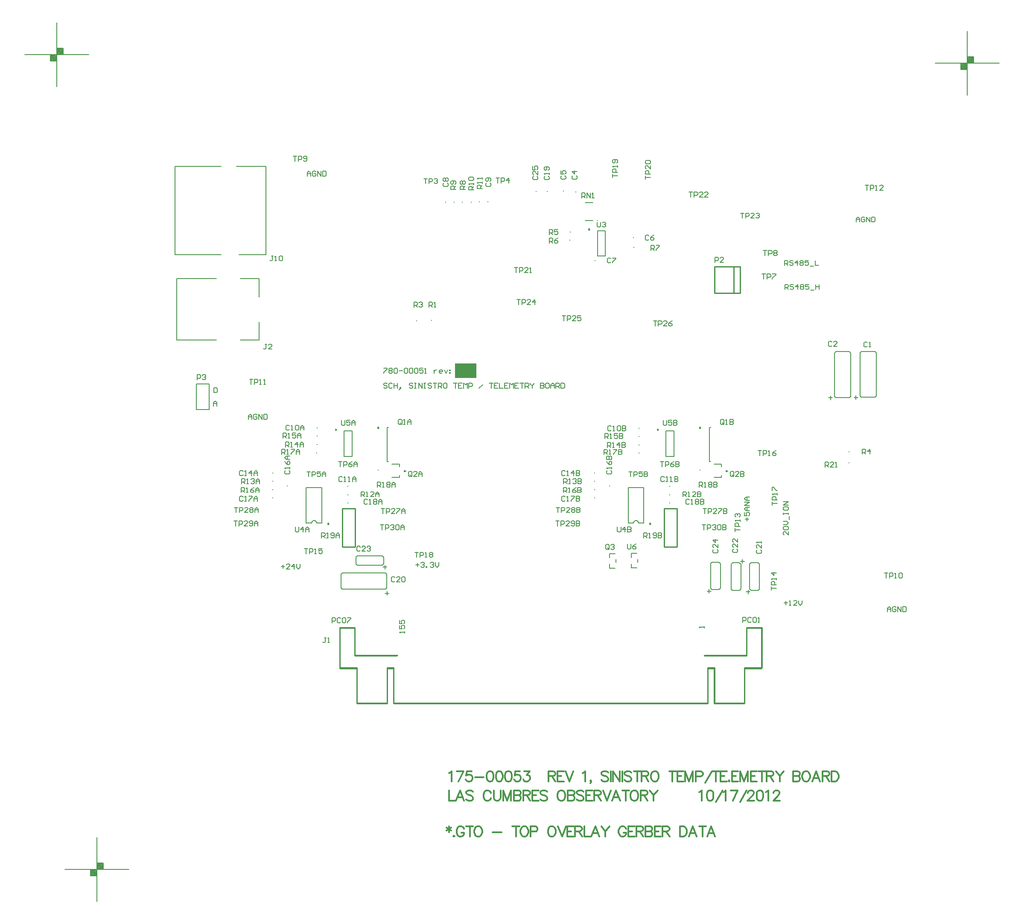
<source format=gto>
%FSLAX23Y23*%
%MOIN*%
G70*
G01*
G75*
G04 Layer_Color=65535*
%ADD10R,0.050X0.050*%
%ADD11R,0.045X0.017*%
%ADD12R,0.050X0.050*%
%ADD13R,0.048X0.078*%
%ADD14R,0.078X0.048*%
%ADD15R,0.100X0.100*%
%ADD16R,0.272X0.268*%
%ADD17R,0.075X0.037*%
%ADD18R,0.037X0.035*%
%ADD19R,0.037X0.035*%
%ADD20R,0.036X0.036*%
%ADD21R,0.070X0.135*%
%ADD22R,0.135X0.070*%
%ADD23O,0.098X0.028*%
%ADD24R,0.065X0.012*%
%ADD25R,0.030X0.100*%
%ADD26R,0.014X0.060*%
%ADD27R,0.031X0.060*%
%ADD28R,0.100X0.100*%
%ADD29C,0.005*%
%ADD30C,0.025*%
%ADD31C,0.008*%
%ADD32C,0.010*%
%ADD33C,0.050*%
%ADD34C,0.006*%
%ADD35C,0.012*%
%ADD36C,0.012*%
%ADD37C,0.012*%
%ADD38C,0.100*%
%ADD39C,0.065*%
%ADD40C,0.116*%
%ADD41C,0.063*%
%ADD42C,0.059*%
%ADD43R,0.059X0.059*%
%ADD44C,0.157*%
%ADD45C,0.079*%
%ADD46R,0.059X0.059*%
%ADD47C,0.059*%
%ADD48C,0.020*%
%ADD49C,0.060*%
%ADD50R,0.060X0.060*%
%ADD51C,0.070*%
%ADD52C,0.039*%
%ADD53C,0.220*%
%ADD54C,0.050*%
%ADD55C,0.236*%
%ADD56C,0.030*%
%ADD57C,0.040*%
%ADD58C,0.103*%
%ADD59C,0.080*%
%ADD60C,0.168*%
%ADD61C,0.075*%
%ADD62C,0.131*%
%ADD63C,0.076*%
%ADD64C,0.075*%
G04:AMPARAMS|DCode=65|XSize=95.433mil|YSize=95.433mil|CornerRadius=0mil|HoleSize=0mil|Usage=FLASHONLY|Rotation=0.000|XOffset=0mil|YOffset=0mil|HoleType=Round|Shape=Relief|Width=10mil|Gap=10mil|Entries=4|*
%AMTHD65*
7,0,0,0.095,0.075,0.010,45*
%
%ADD65THD65*%
G04:AMPARAMS|DCode=66|XSize=90mil|YSize=90mil|CornerRadius=0mil|HoleSize=0mil|Usage=FLASHONLY|Rotation=0.000|XOffset=0mil|YOffset=0mil|HoleType=Round|Shape=Relief|Width=10mil|Gap=10mil|Entries=4|*
%AMTHD66*
7,0,0,0.090,0.070,0.010,45*
%
%ADD66THD66*%
%ADD67C,0.080*%
%ADD68C,0.206*%
G04:AMPARAMS|DCode=69|XSize=85mil|YSize=85mil|CornerRadius=0mil|HoleSize=0mil|Usage=FLASHONLY|Rotation=0.000|XOffset=0mil|YOffset=0mil|HoleType=Round|Shape=Relief|Width=10mil|Gap=10mil|Entries=4|*
%AMTHD69*
7,0,0,0.085,0.065,0.010,45*
%
%ADD69THD69*%
%ADD70C,0.158*%
G04:AMPARAMS|DCode=71|XSize=70mil|YSize=70mil|CornerRadius=0mil|HoleSize=0mil|Usage=FLASHONLY|Rotation=0.000|XOffset=0mil|YOffset=0mil|HoleType=Round|Shape=Relief|Width=10mil|Gap=10mil|Entries=4|*
%AMTHD71*
7,0,0,0.070,0.050,0.010,45*
%
%ADD71THD71*%
%ADD72C,0.068*%
%ADD73C,0.055*%
G04:AMPARAMS|DCode=74|XSize=75mil|YSize=75mil|CornerRadius=0mil|HoleSize=0mil|Usage=FLASHONLY|Rotation=0.000|XOffset=0mil|YOffset=0mil|HoleType=Round|Shape=Relief|Width=10mil|Gap=10mil|Entries=4|*
%AMTHD74*
7,0,0,0.075,0.055,0.010,45*
%
%ADD74THD74*%
G04:AMPARAMS|DCode=75|XSize=123mil|YSize=123mil|CornerRadius=0mil|HoleSize=0mil|Usage=FLASHONLY|Rotation=0.000|XOffset=0mil|YOffset=0mil|HoleType=Round|Shape=Relief|Width=10mil|Gap=10mil|Entries=4|*
%AMTHD75*
7,0,0,0.123,0.103,0.010,45*
%
%ADD75THD75*%
G04:AMPARAMS|DCode=76|XSize=100mil|YSize=100mil|CornerRadius=0mil|HoleSize=0mil|Usage=FLASHONLY|Rotation=0.000|XOffset=0mil|YOffset=0mil|HoleType=Round|Shape=Relief|Width=10mil|Gap=10mil|Entries=4|*
%AMTHD76*
7,0,0,0.100,0.080,0.010,45*
%
%ADD76THD76*%
G04:AMPARAMS|DCode=77|XSize=150.551mil|YSize=150.551mil|CornerRadius=0mil|HoleSize=0mil|Usage=FLASHONLY|Rotation=0.000|XOffset=0mil|YOffset=0mil|HoleType=Round|Shape=Relief|Width=10mil|Gap=10mil|Entries=4|*
%AMTHD77*
7,0,0,0.151,0.131,0.010,45*
%
%ADD77THD77*%
G04:AMPARAMS|DCode=78|XSize=96.221mil|YSize=96.221mil|CornerRadius=0mil|HoleSize=0mil|Usage=FLASHONLY|Rotation=0.000|XOffset=0mil|YOffset=0mil|HoleType=Round|Shape=Relief|Width=10mil|Gap=10mil|Entries=4|*
%AMTHD78*
7,0,0,0.096,0.076,0.010,45*
%
%ADD78THD78*%
G04:AMPARAMS|DCode=79|XSize=88mil|YSize=88mil|CornerRadius=0mil|HoleSize=0mil|Usage=FLASHONLY|Rotation=0.000|XOffset=0mil|YOffset=0mil|HoleType=Round|Shape=Relief|Width=10mil|Gap=10mil|Entries=4|*
%AMTHD79*
7,0,0,0.088,0.068,0.010,45*
%
%ADD79THD79*%
%ADD80R,0.100X0.025*%
%ADD81R,0.012X0.057*%
%ADD82R,0.185X0.025*%
%ADD83R,0.035X0.053*%
%ADD84R,0.053X0.053*%
%ADD85R,0.709X0.020*%
%ADD86R,0.016X0.085*%
%ADD87C,0.010*%
%ADD88C,0.010*%
%ADD89C,0.008*%
%ADD90C,0.007*%
%ADD91R,0.170X0.118*%
D31*
X56870Y34138D02*
X56874Y34128D01*
X56884Y34124D01*
X56932D02*
X56942Y34128D01*
X56946Y34138D01*
Y34326D02*
X56942Y34335D01*
X56932Y34340D01*
X56884D02*
X56874Y34335D01*
X56870Y34326D01*
X54302Y34314D02*
X54312Y34318D01*
X54316Y34328D01*
Y34376D02*
X54312Y34385D01*
X54302Y34390D01*
X54114D02*
X54104Y34385D01*
X54100Y34376D01*
Y34328D02*
X54104Y34318D01*
X54114Y34314D01*
X57106Y34321D02*
X57102Y34330D01*
X57092Y34335D01*
X57044D02*
X57034Y34330D01*
X57030Y34321D01*
Y34133D02*
X57034Y34123D01*
X57044Y34119D01*
X57092D02*
X57102Y34123D01*
X57106Y34133D01*
X57175Y34133D02*
X57179Y34123D01*
X57189Y34119D01*
X57237D02*
X57247Y34123D01*
X57251Y34133D01*
Y34321D02*
X57247Y34331D01*
X57237Y34335D01*
X57189D02*
X57179Y34331D01*
X57175Y34321D01*
X53984Y34142D02*
X53988Y34132D01*
X53998Y34128D01*
Y34256D02*
X53988Y34251D01*
X53984Y34242D01*
X54342D02*
X54338Y34251D01*
X54328Y34256D01*
Y34128D02*
X54338Y34132D01*
X54342Y34142D01*
X58036Y35642D02*
X58040Y35632D01*
X58050Y35628D01*
X58150D02*
X58160Y35632D01*
X58164Y35642D01*
Y35972D02*
X58160Y35981D01*
X58150Y35986D01*
X58050D02*
X58040Y35981D01*
X58036Y35972D01*
X57837Y35640D02*
X57841Y35630D01*
X57851Y35626D01*
X57951D02*
X57961Y35630D01*
X57965Y35640D01*
Y35970D02*
X57961Y35979D01*
X57951Y35984D01*
X57851D02*
X57841Y35979D01*
X57837Y35970D01*
X56884Y34340D02*
X56932D01*
X56884Y34124D02*
X56932D01*
X56870Y34138D02*
Y34326D01*
X56946Y34138D02*
Y34326D01*
X54100Y34328D02*
Y34376D01*
X54316Y34328D02*
Y34376D01*
X54114Y34314D02*
X54302D01*
X54114Y34390D02*
X54302D01*
X57044Y34119D02*
X57092D01*
X57044Y34335D02*
X57092D01*
X57106Y34133D02*
Y34321D01*
X57030Y34133D02*
Y34321D01*
X57189Y34335D02*
X57237D01*
X57189Y34119D02*
X57237D01*
X57175Y34133D02*
Y34321D01*
X57251Y34133D02*
Y34321D01*
X53984Y34142D02*
Y34242D01*
X54342Y34142D02*
Y34242D01*
X53998Y34128D02*
X54328D01*
X53998Y34256D02*
X54328D01*
X58164Y35642D02*
Y35972D01*
X58036Y35642D02*
Y35972D01*
X58050Y35628D02*
X58150D01*
X58050Y35986D02*
X58150D01*
X57965Y35640D02*
Y35970D01*
X57837Y35640D02*
Y35970D01*
X57851Y35626D02*
X57951D01*
X57851Y35984D02*
X57951D01*
X58055Y35184D02*
Y35223D01*
X58075D01*
X58082Y35217D01*
Y35204D01*
X58075Y35197D01*
X58055D01*
X58068D02*
X58082Y35184D01*
X58115D02*
Y35223D01*
X58095Y35204D01*
X58122D01*
X56894Y34438D02*
X56887Y34431D01*
Y34418D01*
X56894Y34412D01*
X56920D01*
X56927Y34418D01*
Y34431D01*
X56920Y34438D01*
X56927Y34478D02*
Y34451D01*
X56900Y34478D01*
X56894D01*
X56887Y34471D01*
Y34458D01*
X56894Y34451D01*
X56927Y34511D02*
X56887D01*
X56907Y34491D01*
Y34518D01*
X54133Y34457D02*
X54126Y34464D01*
X54113D01*
X54106Y34457D01*
Y34431D01*
X54113Y34424D01*
X54126D01*
X54133Y34431D01*
X54173Y34424D02*
X54146D01*
X54173Y34451D01*
Y34457D01*
X54166Y34464D01*
X54153D01*
X54146Y34457D01*
X54186D02*
X54193Y34464D01*
X54206D01*
X54213Y34457D01*
Y34451D01*
X54206Y34444D01*
X54200D01*
X54206D01*
X54213Y34437D01*
Y34431D01*
X54206Y34424D01*
X54193D01*
X54186Y34431D01*
X57049Y34442D02*
X57042Y34436D01*
Y34422D01*
X57049Y34416D01*
X57075D01*
X57082Y34422D01*
Y34436D01*
X57075Y34442D01*
X57082Y34482D02*
Y34455D01*
X57055Y34482D01*
X57049D01*
X57042Y34475D01*
Y34462D01*
X57049Y34455D01*
X57082Y34522D02*
Y34495D01*
X57055Y34522D01*
X57049D01*
X57042Y34515D01*
Y34502D01*
X57049Y34495D01*
X57235Y34436D02*
X57228Y34430D01*
Y34416D01*
X57235Y34410D01*
X57262D01*
X57268Y34416D01*
Y34430D01*
X57262Y34436D01*
X57268Y34476D02*
Y34449D01*
X57242Y34476D01*
X57235D01*
X57228Y34469D01*
Y34456D01*
X57235Y34449D01*
X57268Y34489D02*
Y34503D01*
Y34496D01*
X57228D01*
X57235Y34489D01*
X54404Y34220D02*
X54397Y34226D01*
X54384D01*
X54377Y34220D01*
Y34193D01*
X54384Y34187D01*
X54397D01*
X54404Y34193D01*
X54444Y34187D02*
X54417D01*
X54444Y34213D01*
Y34220D01*
X54437Y34226D01*
X54424D01*
X54417Y34220D01*
X54457D02*
X54464Y34226D01*
X54477D01*
X54484Y34220D01*
Y34193D01*
X54477Y34187D01*
X54464D01*
X54457Y34193D01*
Y34220D01*
X53453Y36733D02*
X53439D01*
X53446D01*
Y36700D01*
X53439Y36694D01*
X53433D01*
X53426Y36700D01*
X53466Y36694D02*
X53479D01*
X53473D01*
Y36733D01*
X53466Y36727D01*
X53499D02*
X53506Y36733D01*
X53519D01*
X53526Y36727D01*
Y36700D01*
X53519Y36694D01*
X53506D01*
X53499Y36700D01*
Y36727D01*
X53405Y36043D02*
X53391D01*
X53398D01*
Y36010D01*
X53391Y36004D01*
X53385D01*
X53378Y36010D01*
X53445Y36004D02*
X53418D01*
X53445Y36030D01*
Y36037D01*
X53438Y36043D01*
X53425D01*
X53418Y36037D01*
X56387Y36888D02*
X56380Y36894D01*
X56367D01*
X56360Y36888D01*
Y36861D01*
X56367Y36855D01*
X56380D01*
X56387Y36861D01*
X56427Y36894D02*
X56413Y36888D01*
X56400Y36875D01*
Y36861D01*
X56407Y36855D01*
X56420D01*
X56427Y36861D01*
Y36868D01*
X56420Y36875D01*
X56400D01*
X56090Y36711D02*
X56083Y36717D01*
X56070D01*
X56063Y36711D01*
Y36684D01*
X56070Y36678D01*
X56083D01*
X56090Y36684D01*
X56103Y36717D02*
X56130D01*
Y36711D01*
X56103Y36684D01*
Y36678D01*
X54787Y37301D02*
X54780Y37295D01*
Y37281D01*
X54787Y37275D01*
X54813D01*
X54820Y37281D01*
Y37295D01*
X54813Y37301D01*
X54787Y37314D02*
X54780Y37321D01*
Y37334D01*
X54787Y37341D01*
X54793D01*
X54800Y37334D01*
X54807Y37341D01*
X54813D01*
X54820Y37334D01*
Y37321D01*
X54813Y37314D01*
X54807D01*
X54800Y37321D01*
X54793Y37314D01*
X54787D01*
X54800Y37321D02*
Y37334D01*
X55121Y37302D02*
X55114Y37296D01*
Y37282D01*
X55121Y37276D01*
X55147D01*
X55154Y37282D01*
Y37296D01*
X55147Y37302D01*
Y37315D02*
X55154Y37322D01*
Y37335D01*
X55147Y37342D01*
X55121D01*
X55114Y37335D01*
Y37322D01*
X55121Y37315D01*
X55127D01*
X55134Y37322D01*
Y37342D01*
X53581Y35404D02*
X53574Y35410D01*
X53561D01*
X53554Y35404D01*
Y35377D01*
X53561Y35371D01*
X53574D01*
X53581Y35377D01*
X53594Y35371D02*
X53607D01*
X53601D01*
Y35410D01*
X53594Y35404D01*
X53627D02*
X53634Y35410D01*
X53647D01*
X53654Y35404D01*
Y35377D01*
X53647Y35371D01*
X53634D01*
X53627Y35377D01*
Y35404D01*
X53667Y35371D02*
Y35397D01*
X53681Y35410D01*
X53694Y35397D01*
Y35371D01*
Y35390D01*
X53667D01*
X56095Y35400D02*
X56088Y35406D01*
X56075D01*
X56068Y35400D01*
Y35373D01*
X56075Y35367D01*
X56088D01*
X56095Y35373D01*
X56108Y35367D02*
X56121D01*
X56115D01*
Y35406D01*
X56108Y35400D01*
X56141D02*
X56148Y35406D01*
X56161D01*
X56168Y35400D01*
Y35373D01*
X56161Y35367D01*
X56148D01*
X56141Y35373D01*
Y35400D01*
X56181Y35406D02*
Y35367D01*
X56201D01*
X56208Y35373D01*
Y35380D01*
X56201Y35387D01*
X56181D01*
X56201D01*
X56208Y35393D01*
Y35400D01*
X56201Y35406D01*
X56181D01*
X53995Y35002D02*
X53988Y35008D01*
X53975D01*
X53968Y35002D01*
Y34975D01*
X53975Y34969D01*
X53988D01*
X53995Y34975D01*
X54008Y34969D02*
X54021D01*
X54015D01*
Y35008D01*
X54008Y35002D01*
X54041Y34969D02*
X54055D01*
X54048D01*
Y35008D01*
X54041Y35002D01*
X54075Y34969D02*
Y34995D01*
X54088Y35008D01*
X54101Y34995D01*
Y34969D01*
Y34989D01*
X54075D01*
X56509Y35002D02*
X56502Y35008D01*
X56489D01*
X56482Y35002D01*
Y34975D01*
X56489Y34969D01*
X56502D01*
X56509Y34975D01*
X56522Y34969D02*
X56535D01*
X56529D01*
Y35008D01*
X56522Y35002D01*
X56555Y34969D02*
X56569D01*
X56562D01*
Y35008D01*
X56555Y35002D01*
X56589Y35008D02*
Y34969D01*
X56609D01*
X56615Y34975D01*
Y34982D01*
X56609Y34989D01*
X56589D01*
X56609D01*
X56615Y34995D01*
Y35002D01*
X56609Y35008D01*
X56589D01*
X53219Y35050D02*
X53212Y35056D01*
X53199D01*
X53192Y35050D01*
Y35023D01*
X53199Y35017D01*
X53212D01*
X53219Y35023D01*
X53232Y35017D02*
X53245D01*
X53239D01*
Y35056D01*
X53232Y35050D01*
X53285Y35017D02*
Y35056D01*
X53265Y35037D01*
X53292D01*
X53305Y35017D02*
Y35043D01*
X53319Y35056D01*
X53332Y35043D01*
Y35017D01*
Y35037D01*
X53305D01*
X55733Y35050D02*
X55726Y35056D01*
X55713D01*
X55706Y35050D01*
Y35023D01*
X55713Y35017D01*
X55726D01*
X55733Y35023D01*
X55746Y35017D02*
X55759D01*
X55753D01*
Y35056D01*
X55746Y35050D01*
X55799Y35017D02*
Y35056D01*
X55779Y35037D01*
X55806D01*
X55819Y35056D02*
Y35017D01*
X55839D01*
X55846Y35023D01*
Y35030D01*
X55839Y35037D01*
X55819D01*
X55839D01*
X55846Y35043D01*
Y35050D01*
X55839Y35056D01*
X55819D01*
X53551Y35056D02*
X53544Y35049D01*
Y35036D01*
X53551Y35030D01*
X53577D01*
X53584Y35036D01*
Y35049D01*
X53577Y35056D01*
X53584Y35069D02*
Y35083D01*
Y35076D01*
X53544D01*
X53551Y35069D01*
X53544Y35129D02*
X53551Y35116D01*
X53564Y35103D01*
X53577D01*
X53584Y35109D01*
Y35123D01*
X53577Y35129D01*
X53571D01*
X53564Y35123D01*
Y35103D01*
X53584Y35143D02*
X53557D01*
X53544Y35156D01*
X53557Y35169D01*
X53584D01*
X53564D01*
Y35143D01*
X56065Y35056D02*
X56058Y35049D01*
Y35036D01*
X56065Y35030D01*
X56091D01*
X56098Y35036D01*
Y35049D01*
X56091Y35056D01*
X56098Y35069D02*
Y35083D01*
Y35076D01*
X56058D01*
X56065Y35069D01*
X56058Y35129D02*
X56065Y35116D01*
X56078Y35103D01*
X56091D01*
X56098Y35109D01*
Y35123D01*
X56091Y35129D01*
X56085D01*
X56078Y35123D01*
Y35103D01*
X56058Y35143D02*
X56098D01*
Y35163D01*
X56091Y35169D01*
X56085D01*
X56078Y35163D01*
Y35143D01*
Y35163D01*
X56071Y35169D01*
X56065D01*
X56058Y35163D01*
Y35143D01*
X53219Y34849D02*
X53212Y34855D01*
X53199D01*
X53192Y34849D01*
Y34822D01*
X53199Y34816D01*
X53212D01*
X53219Y34822D01*
X53232Y34816D02*
X53245D01*
X53239D01*
Y34855D01*
X53232Y34849D01*
X53265Y34855D02*
X53292D01*
Y34849D01*
X53265Y34822D01*
Y34816D01*
X53305D02*
Y34842D01*
X53319Y34855D01*
X53332Y34842D01*
Y34816D01*
Y34836D01*
X53305D01*
X55733Y34849D02*
X55726Y34855D01*
X55713D01*
X55706Y34849D01*
Y34822D01*
X55713Y34816D01*
X55726D01*
X55733Y34822D01*
X55746Y34816D02*
X55759D01*
X55753D01*
Y34855D01*
X55746Y34849D01*
X55779Y34855D02*
X55806D01*
Y34849D01*
X55779Y34822D01*
Y34816D01*
X55819Y34855D02*
Y34816D01*
X55839D01*
X55846Y34822D01*
Y34829D01*
X55839Y34836D01*
X55819D01*
X55839D01*
X55846Y34842D01*
Y34849D01*
X55839Y34855D01*
X55819D01*
X54191Y34825D02*
X54184Y34831D01*
X54171D01*
X54164Y34825D01*
Y34798D01*
X54171Y34792D01*
X54184D01*
X54191Y34798D01*
X54204Y34792D02*
X54217D01*
X54211D01*
Y34831D01*
X54204Y34825D01*
X54237D02*
X54244Y34831D01*
X54257D01*
X54264Y34825D01*
Y34818D01*
X54257Y34812D01*
X54264Y34805D01*
Y34798D01*
X54257Y34792D01*
X54244D01*
X54237Y34798D01*
Y34805D01*
X54244Y34812D01*
X54237Y34818D01*
Y34825D01*
X54244Y34812D02*
X54257D01*
X54277Y34792D02*
Y34818D01*
X54291Y34831D01*
X54304Y34818D01*
Y34792D01*
Y34812D01*
X54277D01*
X56705Y34825D02*
X56698Y34831D01*
X56685D01*
X56678Y34825D01*
Y34798D01*
X56685Y34792D01*
X56698D01*
X56705Y34798D01*
X56718Y34792D02*
X56731D01*
X56725D01*
Y34831D01*
X56718Y34825D01*
X56751D02*
X56758Y34831D01*
X56771D01*
X56778Y34825D01*
Y34818D01*
X56771Y34812D01*
X56778Y34805D01*
Y34798D01*
X56771Y34792D01*
X56758D01*
X56751Y34798D01*
Y34805D01*
X56758Y34812D01*
X56751Y34818D01*
Y34825D01*
X56758Y34812D02*
X56771D01*
X56791Y34831D02*
Y34792D01*
X56811D01*
X56818Y34798D01*
Y34805D01*
X56811Y34812D01*
X56791D01*
X56811D01*
X56818Y34818D01*
Y34825D01*
X56811Y34831D01*
X56791D01*
X56905Y36682D02*
Y36722D01*
X56925D01*
X56932Y36715D01*
Y36702D01*
X56925Y36695D01*
X56905D01*
X56972Y36682D02*
X56945D01*
X56972Y36709D01*
Y36715D01*
X56965Y36722D01*
X56952D01*
X56945Y36715D01*
X52861Y35764D02*
Y35804D01*
X52880D01*
X52887Y35797D01*
Y35784D01*
X52880Y35777D01*
X52861D01*
X52900Y35797D02*
X52907Y35804D01*
X52920D01*
X52927Y35797D01*
Y35791D01*
X52920Y35784D01*
X52914D01*
X52920D01*
X52927Y35777D01*
Y35771D01*
X52920Y35764D01*
X52907D01*
X52900Y35771D01*
X54459Y35422D02*
Y35449D01*
X54452Y35455D01*
X54439D01*
X54432Y35449D01*
Y35422D01*
X54439Y35416D01*
X54452D01*
X54445Y35429D02*
X54459Y35416D01*
X54452D02*
X54459Y35422D01*
X54472Y35416D02*
X54485D01*
X54479D01*
Y35455D01*
X54472Y35449D01*
X54505Y35416D02*
Y35442D01*
X54519Y35455D01*
X54532Y35442D01*
Y35416D01*
Y35436D01*
X54505D01*
X56973Y35422D02*
Y35449D01*
X56966Y35455D01*
X56953D01*
X56946Y35449D01*
Y35422D01*
X56953Y35416D01*
X56966D01*
X56959Y35429D02*
X56973Y35416D01*
X56966D02*
X56973Y35422D01*
X56986Y35416D02*
X56999D01*
X56993D01*
Y35455D01*
X56986Y35449D01*
X57019Y35455D02*
Y35416D01*
X57039D01*
X57046Y35422D01*
Y35429D01*
X57039Y35436D01*
X57019D01*
X57039D01*
X57046Y35442D01*
Y35449D01*
X57039Y35455D01*
X57019D01*
X54536Y35016D02*
Y35043D01*
X54529Y35049D01*
X54516D01*
X54509Y35043D01*
Y35016D01*
X54516Y35010D01*
X54529D01*
X54522Y35023D02*
X54536Y35010D01*
X54529D02*
X54536Y35016D01*
X54576Y35010D02*
X54549D01*
X54576Y35036D01*
Y35043D01*
X54569Y35049D01*
X54556D01*
X54549Y35043D01*
X54589Y35010D02*
Y35036D01*
X54602Y35049D01*
X54616Y35036D01*
Y35010D01*
Y35030D01*
X54589D01*
X57050Y35016D02*
Y35043D01*
X57043Y35049D01*
X57030D01*
X57023Y35043D01*
Y35016D01*
X57030Y35010D01*
X57043D01*
X57036Y35023D02*
X57050Y35010D01*
X57043D02*
X57050Y35016D01*
X57090Y35010D02*
X57063D01*
X57090Y35036D01*
Y35043D01*
X57083Y35049D01*
X57070D01*
X57063Y35043D01*
X57103Y35049D02*
Y35010D01*
X57123D01*
X57130Y35016D01*
Y35023D01*
X57123Y35030D01*
X57103D01*
X57123D01*
X57130Y35036D01*
Y35043D01*
X57123Y35049D01*
X57103D01*
X56076Y34447D02*
Y34473D01*
X56069Y34480D01*
X56056D01*
X56049Y34473D01*
Y34447D01*
X56056Y34440D01*
X56069D01*
X56063Y34453D02*
X56076Y34440D01*
X56069D02*
X56076Y34447D01*
X56089Y34473D02*
X56096Y34480D01*
X56109D01*
X56116Y34473D01*
Y34467D01*
X56109Y34460D01*
X56103D01*
X56109D01*
X56116Y34453D01*
Y34447D01*
X56109Y34440D01*
X56096D01*
X56089Y34447D01*
X54672Y36333D02*
Y36373D01*
X54691D01*
X54698Y36366D01*
Y36353D01*
X54691Y36346D01*
X54672D01*
X54685D02*
X54698Y36333D01*
X54711D02*
X54725D01*
X54718D01*
Y36373D01*
X54711Y36366D01*
X54553Y36331D02*
Y36371D01*
X54572D01*
X54579Y36364D01*
Y36351D01*
X54572Y36344D01*
X54553D01*
X54566D02*
X54579Y36331D01*
X54592Y36364D02*
X54599Y36371D01*
X54612D01*
X54619Y36364D01*
Y36358D01*
X54612Y36351D01*
X54606D01*
X54612D01*
X54619Y36344D01*
Y36338D01*
X54612Y36331D01*
X54599D01*
X54592Y36338D01*
X55610Y36900D02*
Y36939D01*
X55630D01*
X55637Y36933D01*
Y36920D01*
X55630Y36913D01*
X55610D01*
X55623D02*
X55637Y36900D01*
X55677Y36939D02*
X55650D01*
Y36920D01*
X55663Y36926D01*
X55670D01*
X55677Y36920D01*
Y36906D01*
X55670Y36900D01*
X55657D01*
X55650Y36906D01*
X55611Y36833D02*
Y36872D01*
X55631D01*
X55638Y36866D01*
Y36853D01*
X55631Y36846D01*
X55611D01*
X55624D02*
X55638Y36833D01*
X55678Y36872D02*
X55664Y36866D01*
X55651Y36853D01*
Y36839D01*
X55658Y36833D01*
X55671D01*
X55678Y36839D01*
Y36846D01*
X55671Y36853D01*
X55651D01*
X56405Y36777D02*
Y36816D01*
X56425D01*
X56432Y36810D01*
Y36797D01*
X56425Y36790D01*
X56405D01*
X56418D02*
X56432Y36777D01*
X56445Y36816D02*
X56472D01*
Y36810D01*
X56445Y36783D01*
Y36777D01*
X54953Y37253D02*
X54913D01*
Y37273D01*
X54920Y37279D01*
X54933D01*
X54940Y37273D01*
Y37253D01*
Y37266D02*
X54953Y37279D01*
X54920Y37292D02*
X54913Y37299D01*
Y37312D01*
X54920Y37319D01*
X54926D01*
X54933Y37312D01*
X54940Y37319D01*
X54946D01*
X54953Y37312D01*
Y37299D01*
X54946Y37292D01*
X54940D01*
X54933Y37299D01*
X54926Y37292D01*
X54920D01*
X54933Y37299D02*
Y37312D01*
X54881Y37253D02*
X54841D01*
Y37273D01*
X54848Y37279D01*
X54861D01*
X54868Y37273D01*
Y37253D01*
Y37266D02*
X54881Y37279D01*
X54874Y37292D02*
X54881Y37299D01*
Y37312D01*
X54874Y37319D01*
X54848D01*
X54841Y37312D01*
Y37299D01*
X54848Y37292D01*
X54854D01*
X54861Y37299D01*
Y37319D01*
X55019Y37248D02*
X54979D01*
Y37268D01*
X54986Y37275D01*
X54999D01*
X55006Y37268D01*
Y37248D01*
Y37261D02*
X55019Y37275D01*
Y37288D02*
Y37301D01*
Y37295D01*
X54979D01*
X54986Y37288D01*
Y37321D02*
X54979Y37328D01*
Y37341D01*
X54986Y37348D01*
X55012D01*
X55019Y37341D01*
Y37328D01*
X55012Y37321D01*
X54986D01*
X55087Y37260D02*
X55047D01*
Y37280D01*
X55054Y37286D01*
X55067D01*
X55074Y37280D01*
Y37260D01*
Y37273D02*
X55087Y37286D01*
Y37299D02*
Y37313D01*
Y37306D01*
X55047D01*
X55054Y37299D01*
X55087Y37333D02*
Y37346D01*
Y37339D01*
X55047D01*
X55054Y37333D01*
X54141Y34851D02*
Y34890D01*
X54161D01*
X54168Y34884D01*
Y34871D01*
X54161Y34864D01*
X54141D01*
X54154D02*
X54168Y34851D01*
X54181D02*
X54194D01*
X54188D01*
Y34890D01*
X54181Y34884D01*
X54241Y34851D02*
X54214D01*
X54241Y34877D01*
Y34884D01*
X54234Y34890D01*
X54221D01*
X54214Y34884D01*
X54254Y34851D02*
Y34877D01*
X54268Y34890D01*
X54281Y34877D01*
Y34851D01*
Y34871D01*
X54254D01*
X56655Y34851D02*
Y34890D01*
X56675D01*
X56682Y34884D01*
Y34871D01*
X56675Y34864D01*
X56655D01*
X56668D02*
X56682Y34851D01*
X56695D02*
X56708D01*
X56702D01*
Y34890D01*
X56695Y34884D01*
X56755Y34851D02*
X56728D01*
X56755Y34877D01*
Y34884D01*
X56748Y34890D01*
X56735D01*
X56728Y34884D01*
X56768Y34890D02*
Y34851D01*
X56788D01*
X56795Y34857D01*
Y34864D01*
X56788Y34871D01*
X56768D01*
X56788D01*
X56795Y34877D01*
Y34884D01*
X56788Y34890D01*
X56768D01*
X53208Y34953D02*
Y34992D01*
X53228D01*
X53235Y34986D01*
Y34972D01*
X53228Y34966D01*
X53208D01*
X53221D02*
X53235Y34953D01*
X53248D02*
X53261D01*
X53255D01*
Y34992D01*
X53248Y34986D01*
X53281D02*
X53288Y34992D01*
X53301D01*
X53308Y34986D01*
Y34979D01*
X53301Y34972D01*
X53295D01*
X53301D01*
X53308Y34966D01*
Y34959D01*
X53301Y34953D01*
X53288D01*
X53281Y34959D01*
X53321Y34953D02*
Y34979D01*
X53335Y34992D01*
X53348Y34979D01*
Y34953D01*
Y34972D01*
X53321D01*
X55722Y34953D02*
Y34992D01*
X55742D01*
X55749Y34986D01*
Y34972D01*
X55742Y34966D01*
X55722D01*
X55735D02*
X55749Y34953D01*
X55762D02*
X55775D01*
X55769D01*
Y34992D01*
X55762Y34986D01*
X55795D02*
X55802Y34992D01*
X55815D01*
X55822Y34986D01*
Y34979D01*
X55815Y34972D01*
X55809D01*
X55815D01*
X55822Y34966D01*
Y34959D01*
X55815Y34953D01*
X55802D01*
X55795Y34959D01*
X55835Y34992D02*
Y34953D01*
X55855D01*
X55862Y34959D01*
Y34966D01*
X55855Y34972D01*
X55835D01*
X55855D01*
X55862Y34979D01*
Y34986D01*
X55855Y34992D01*
X55835D01*
X53551Y35240D02*
Y35279D01*
X53571D01*
X53578Y35273D01*
Y35260D01*
X53571Y35253D01*
X53551D01*
X53564D02*
X53578Y35240D01*
X53591D02*
X53604D01*
X53598D01*
Y35279D01*
X53591Y35273D01*
X53644Y35240D02*
Y35279D01*
X53624Y35260D01*
X53651D01*
X53664Y35240D02*
Y35266D01*
X53678Y35279D01*
X53691Y35266D01*
Y35240D01*
Y35260D01*
X53664D01*
X56065Y35237D02*
Y35276D01*
X56085D01*
X56092Y35270D01*
Y35257D01*
X56085Y35250D01*
X56065D01*
X56078D02*
X56092Y35237D01*
X56105D02*
X56118D01*
X56112D01*
Y35276D01*
X56105Y35270D01*
X56158Y35237D02*
Y35276D01*
X56138Y35257D01*
X56165D01*
X56178Y35276D02*
Y35237D01*
X56198D01*
X56205Y35243D01*
Y35250D01*
X56198Y35257D01*
X56178D01*
X56198D01*
X56205Y35263D01*
Y35270D01*
X56198Y35276D01*
X56178D01*
X53531Y35309D02*
Y35348D01*
X53551D01*
X53558Y35342D01*
Y35329D01*
X53551Y35322D01*
X53531D01*
X53544D02*
X53558Y35309D01*
X53571D02*
X53584D01*
X53578D01*
Y35348D01*
X53571Y35342D01*
X53631Y35348D02*
X53604D01*
Y35329D01*
X53618Y35335D01*
X53624D01*
X53631Y35329D01*
Y35315D01*
X53624Y35309D01*
X53611D01*
X53604Y35315D01*
X53644Y35309D02*
Y35335D01*
X53658Y35348D01*
X53671Y35335D01*
Y35309D01*
Y35329D01*
X53644D01*
X56045Y35306D02*
Y35345D01*
X56065D01*
X56072Y35339D01*
Y35326D01*
X56065Y35319D01*
X56045D01*
X56058D02*
X56072Y35306D01*
X56085D02*
X56098D01*
X56092D01*
Y35345D01*
X56085Y35339D01*
X56145Y35345D02*
X56118D01*
Y35326D01*
X56132Y35332D01*
X56138D01*
X56145Y35326D01*
Y35312D01*
X56138Y35306D01*
X56125D01*
X56118Y35312D01*
X56158Y35345D02*
Y35306D01*
X56178D01*
X56185Y35312D01*
Y35319D01*
X56178Y35326D01*
X56158D01*
X56178D01*
X56185Y35332D01*
Y35339D01*
X56178Y35345D01*
X56158D01*
X53205Y34884D02*
Y34923D01*
X53225D01*
X53232Y34917D01*
Y34903D01*
X53225Y34897D01*
X53205D01*
X53218D02*
X53232Y34884D01*
X53245D02*
X53258D01*
X53252D01*
Y34923D01*
X53245Y34917D01*
X53305Y34923D02*
X53292Y34917D01*
X53278Y34903D01*
Y34890D01*
X53285Y34884D01*
X53298D01*
X53305Y34890D01*
Y34897D01*
X53298Y34903D01*
X53278D01*
X53318Y34884D02*
Y34910D01*
X53332Y34923D01*
X53345Y34910D01*
Y34884D01*
Y34903D01*
X53318D01*
X55719Y34884D02*
Y34923D01*
X55739D01*
X55746Y34917D01*
Y34903D01*
X55739Y34897D01*
X55719D01*
X55732D02*
X55746Y34884D01*
X55759D02*
X55772D01*
X55766D01*
Y34923D01*
X55759Y34917D01*
X55819Y34923D02*
X55806Y34917D01*
X55792Y34903D01*
Y34890D01*
X55799Y34884D01*
X55812D01*
X55819Y34890D01*
Y34897D01*
X55812Y34903D01*
X55792D01*
X55832Y34923D02*
Y34884D01*
X55852D01*
X55859Y34890D01*
Y34897D01*
X55852Y34903D01*
X55832D01*
X55852D01*
X55859Y34910D01*
Y34917D01*
X55852Y34923D01*
X55832D01*
X53521Y35183D02*
Y35222D01*
X53541D01*
X53548Y35216D01*
Y35202D01*
X53541Y35196D01*
X53521D01*
X53534D02*
X53548Y35183D01*
X53561D02*
X53574D01*
X53568D01*
Y35222D01*
X53561Y35216D01*
X53594Y35222D02*
X53621D01*
Y35216D01*
X53594Y35189D01*
Y35183D01*
X53634D02*
Y35209D01*
X53648Y35222D01*
X53661Y35209D01*
Y35183D01*
Y35202D01*
X53634D01*
X56036Y35181D02*
Y35220D01*
X56056D01*
X56063Y35214D01*
Y35201D01*
X56056Y35194D01*
X56036D01*
X56049D02*
X56063Y35181D01*
X56076D02*
X56089D01*
X56083D01*
Y35220D01*
X56076Y35214D01*
X56109Y35220D02*
X56136D01*
Y35214D01*
X56109Y35187D01*
Y35181D01*
X56149Y35220D02*
Y35181D01*
X56169D01*
X56176Y35187D01*
Y35194D01*
X56169Y35201D01*
X56149D01*
X56169D01*
X56176Y35207D01*
Y35214D01*
X56169Y35220D01*
X56149D01*
X54267Y34927D02*
Y34966D01*
X54287D01*
X54294Y34960D01*
Y34947D01*
X54287Y34940D01*
X54267D01*
X54280D02*
X54294Y34927D01*
X54307D02*
X54320D01*
X54314D01*
Y34966D01*
X54307Y34960D01*
X54340D02*
X54347Y34966D01*
X54360D01*
X54367Y34960D01*
Y34953D01*
X54360Y34947D01*
X54367Y34940D01*
Y34933D01*
X54360Y34927D01*
X54347D01*
X54340Y34933D01*
Y34940D01*
X54347Y34947D01*
X54340Y34953D01*
Y34960D01*
X54347Y34947D02*
X54360D01*
X54380Y34927D02*
Y34953D01*
X54394Y34966D01*
X54407Y34953D01*
Y34927D01*
Y34947D01*
X54380D01*
X56781Y34927D02*
Y34966D01*
X56801D01*
X56808Y34960D01*
Y34947D01*
X56801Y34940D01*
X56781D01*
X56794D02*
X56808Y34927D01*
X56821D02*
X56834D01*
X56828D01*
Y34966D01*
X56821Y34960D01*
X56854D02*
X56861Y34966D01*
X56874D01*
X56881Y34960D01*
Y34953D01*
X56874Y34947D01*
X56881Y34940D01*
Y34933D01*
X56874Y34927D01*
X56861D01*
X56854Y34933D01*
Y34940D01*
X56861Y34947D01*
X56854Y34953D01*
Y34960D01*
X56861Y34947D02*
X56874D01*
X56894Y34966D02*
Y34927D01*
X56914D01*
X56921Y34933D01*
Y34940D01*
X56914Y34947D01*
X56894D01*
X56914D01*
X56921Y34953D01*
Y34960D01*
X56914Y34966D01*
X56894D01*
X53832Y34528D02*
Y34568D01*
X53852D01*
X53859Y34561D01*
Y34548D01*
X53852Y34541D01*
X53832D01*
X53845D02*
X53859Y34528D01*
X53872D02*
X53885D01*
X53879D01*
Y34568D01*
X53872Y34561D01*
X53905Y34534D02*
X53912Y34528D01*
X53925D01*
X53932Y34534D01*
Y34561D01*
X53925Y34568D01*
X53912D01*
X53905Y34561D01*
Y34554D01*
X53912Y34548D01*
X53932D01*
X53945Y34528D02*
Y34554D01*
X53959Y34568D01*
X53972Y34554D01*
Y34528D01*
Y34548D01*
X53945D01*
X56346Y34528D02*
Y34568D01*
X56366D01*
X56373Y34561D01*
Y34548D01*
X56366Y34541D01*
X56346D01*
X56359D02*
X56373Y34528D01*
X56386D02*
X56399D01*
X56393D01*
Y34568D01*
X56386Y34561D01*
X56419Y34534D02*
X56426Y34528D01*
X56439D01*
X56446Y34534D01*
Y34561D01*
X56439Y34568D01*
X56426D01*
X56419Y34561D01*
Y34554D01*
X56426Y34548D01*
X56446D01*
X56459Y34568D02*
Y34528D01*
X56479D01*
X56486Y34534D01*
Y34541D01*
X56479Y34548D01*
X56459D01*
X56479D01*
X56486Y34554D01*
Y34561D01*
X56479Y34568D01*
X56459D01*
X54631Y37337D02*
X54658D01*
X54644D01*
Y37298D01*
X54671D02*
Y37337D01*
X54691D01*
X54698Y37331D01*
Y37318D01*
X54691Y37311D01*
X54671D01*
X54711Y37331D02*
X54718Y37337D01*
X54731D01*
X54738Y37331D01*
Y37324D01*
X54731Y37318D01*
X54724D01*
X54731D01*
X54738Y37311D01*
Y37304D01*
X54731Y37298D01*
X54718D01*
X54711Y37304D01*
X55193Y37341D02*
X55220D01*
X55207D01*
Y37301D01*
X55233D02*
Y37341D01*
X55253D01*
X55260Y37334D01*
Y37321D01*
X55253Y37314D01*
X55233D01*
X55293Y37301D02*
Y37341D01*
X55273Y37321D01*
X55300D01*
X53717Y35047D02*
X53744D01*
X53730D01*
Y35008D01*
X53757D02*
Y35047D01*
X53777D01*
X53784Y35041D01*
Y35028D01*
X53777Y35021D01*
X53757D01*
X53824Y35047D02*
X53797D01*
Y35028D01*
X53810Y35034D01*
X53817D01*
X53824Y35028D01*
Y35014D01*
X53817Y35008D01*
X53804D01*
X53797Y35014D01*
X53837Y35008D02*
Y35034D01*
X53850Y35047D01*
X53864Y35034D01*
Y35008D01*
Y35028D01*
X53837D01*
X56231Y35047D02*
X56258D01*
X56244D01*
Y35008D01*
X56271D02*
Y35047D01*
X56291D01*
X56298Y35041D01*
Y35028D01*
X56291Y35021D01*
X56271D01*
X56338Y35047D02*
X56311D01*
Y35028D01*
X56324Y35034D01*
X56331D01*
X56338Y35028D01*
Y35014D01*
X56331Y35008D01*
X56318D01*
X56311Y35014D01*
X56351Y35047D02*
Y35008D01*
X56371D01*
X56378Y35014D01*
Y35021D01*
X56371Y35028D01*
X56351D01*
X56371D01*
X56378Y35034D01*
Y35041D01*
X56371Y35047D01*
X56351D01*
X53964Y35126D02*
X53991D01*
X53977D01*
Y35087D01*
X54004D02*
Y35126D01*
X54024D01*
X54031Y35120D01*
Y35107D01*
X54024Y35100D01*
X54004D01*
X54071Y35126D02*
X54057Y35120D01*
X54044Y35107D01*
Y35093D01*
X54051Y35087D01*
X54064D01*
X54071Y35093D01*
Y35100D01*
X54064Y35107D01*
X54044D01*
X54084Y35087D02*
Y35113D01*
X54097Y35126D01*
X54111Y35113D01*
Y35087D01*
Y35107D01*
X54084D01*
X56478Y35126D02*
X56505D01*
X56491D01*
Y35087D01*
X56518D02*
Y35126D01*
X56538D01*
X56545Y35120D01*
Y35107D01*
X56538Y35100D01*
X56518D01*
X56585Y35126D02*
X56571Y35120D01*
X56558Y35107D01*
Y35093D01*
X56565Y35087D01*
X56578D01*
X56585Y35093D01*
Y35100D01*
X56578Y35107D01*
X56558D01*
X56598Y35126D02*
Y35087D01*
X56618D01*
X56625Y35093D01*
Y35100D01*
X56618Y35107D01*
X56598D01*
X56618D01*
X56625Y35113D01*
Y35120D01*
X56618Y35126D01*
X56598D01*
X57272Y36591D02*
X57299D01*
X57285D01*
Y36552D01*
X57312D02*
Y36591D01*
X57332D01*
X57339Y36585D01*
Y36572D01*
X57332Y36565D01*
X57312D01*
X57352Y36591D02*
X57379D01*
Y36585D01*
X57352Y36558D01*
Y36552D01*
X57282Y36776D02*
X57309D01*
X57295D01*
Y36736D01*
X57322D02*
Y36776D01*
X57342D01*
X57349Y36769D01*
Y36756D01*
X57342Y36749D01*
X57322D01*
X57362Y36769D02*
X57369Y36776D01*
X57382D01*
X57389Y36769D01*
Y36763D01*
X57382Y36756D01*
X57389Y36749D01*
Y36743D01*
X57382Y36736D01*
X57369D01*
X57362Y36743D01*
Y36749D01*
X57369Y36756D01*
X57362Y36763D01*
Y36769D01*
X57369Y36756D02*
X57382D01*
X53611Y37513D02*
X53637D01*
X53624D01*
Y37473D01*
X53650D02*
Y37513D01*
X53670D01*
X53677Y37506D01*
Y37493D01*
X53670Y37486D01*
X53650D01*
X53690Y37480D02*
X53697Y37473D01*
X53710D01*
X53717Y37480D01*
Y37506D01*
X53710Y37513D01*
X53697D01*
X53690Y37506D01*
Y37500D01*
X53697Y37493D01*
X53717D01*
X58227Y34256D02*
X58253D01*
X58240D01*
Y34216D01*
X58266D02*
Y34256D01*
X58286D01*
X58293Y34249D01*
Y34236D01*
X58286Y34229D01*
X58266D01*
X58306Y34216D02*
X58320D01*
X58313D01*
Y34256D01*
X58306Y34249D01*
X58340D02*
X58346Y34256D01*
X58360D01*
X58366Y34249D01*
Y34223D01*
X58360Y34216D01*
X58346D01*
X58340Y34223D01*
Y34249D01*
X53269Y35769D02*
X53295D01*
X53282D01*
Y35729D01*
X53308D02*
Y35769D01*
X53328D01*
X53335Y35762D01*
Y35749D01*
X53328Y35742D01*
X53308D01*
X53348Y35729D02*
X53362D01*
X53355D01*
Y35769D01*
X53348Y35762D01*
X53382Y35729D02*
X53395D01*
X53388D01*
Y35769D01*
X53382Y35762D01*
X58076Y37285D02*
X58103D01*
X58090D01*
Y37245D01*
X58116D02*
Y37285D01*
X58136D01*
X58143Y37278D01*
Y37265D01*
X58136Y37258D01*
X58116D01*
X58156Y37245D02*
X58170D01*
X58163D01*
Y37285D01*
X58156Y37278D01*
X58216Y37245D02*
X58190D01*
X58216Y37272D01*
Y37278D01*
X58210Y37285D01*
X58196D01*
X58190Y37278D01*
X57060Y34579D02*
Y34605D01*
Y34592D01*
X57100D01*
Y34618D02*
X57060D01*
Y34638D01*
X57067Y34645D01*
X57080D01*
X57087Y34638D01*
Y34618D01*
X57100Y34658D02*
Y34672D01*
Y34665D01*
X57060D01*
X57067Y34658D01*
Y34692D02*
X57060Y34698D01*
Y34712D01*
X57067Y34718D01*
X57073D01*
X57080Y34712D01*
Y34705D01*
Y34712D01*
X57087Y34718D01*
X57093D01*
X57100Y34712D01*
Y34698D01*
X57093Y34692D01*
X57345Y34123D02*
Y34150D01*
Y34136D01*
X57385D01*
Y34163D02*
X57345D01*
Y34183D01*
X57352Y34190D01*
X57365D01*
X57372Y34183D01*
Y34163D01*
X57385Y34203D02*
Y34216D01*
Y34210D01*
X57345D01*
X57352Y34203D01*
X57385Y34256D02*
X57345D01*
X57365Y34236D01*
Y34263D01*
X53697Y34447D02*
X53724D01*
X53711D01*
Y34407D01*
X53737D02*
Y34447D01*
X53757D01*
X53764Y34440D01*
Y34427D01*
X53757Y34420D01*
X53737D01*
X53777Y34407D02*
X53791D01*
X53784D01*
Y34447D01*
X53777Y34440D01*
X53837Y34447D02*
X53811D01*
Y34427D01*
X53824Y34434D01*
X53831D01*
X53837Y34427D01*
Y34414D01*
X53831Y34407D01*
X53817D01*
X53811Y34414D01*
X57242Y35211D02*
X57268D01*
X57255D01*
Y35171D01*
X57281D02*
Y35211D01*
X57301D01*
X57308Y35204D01*
Y35191D01*
X57301Y35184D01*
X57281D01*
X57321Y35171D02*
X57335D01*
X57328D01*
Y35211D01*
X57321Y35204D01*
X57381Y35211D02*
X57368Y35204D01*
X57355Y35191D01*
Y35178D01*
X57361Y35171D01*
X57375D01*
X57381Y35178D01*
Y35184D01*
X57375Y35191D01*
X57355D01*
X57352Y34785D02*
Y34811D01*
Y34798D01*
X57392D01*
Y34824D02*
X57352D01*
Y34844D01*
X57359Y34851D01*
X57372D01*
X57379Y34844D01*
Y34824D01*
X57392Y34864D02*
Y34878D01*
Y34871D01*
X57352D01*
X57359Y34864D01*
X57352Y34898D02*
Y34924D01*
X57359D01*
X57385Y34898D01*
X57392D01*
X54561Y34417D02*
X54588D01*
X54574D01*
Y34378D01*
X54601D02*
Y34417D01*
X54621D01*
X54628Y34411D01*
Y34398D01*
X54621Y34391D01*
X54601D01*
X54641Y34378D02*
X54654D01*
X54648D01*
Y34417D01*
X54641Y34411D01*
X54674D02*
X54681Y34417D01*
X54694D01*
X54701Y34411D01*
Y34404D01*
X54694Y34398D01*
X54701Y34391D01*
Y34384D01*
X54694Y34378D01*
X54681D01*
X54674Y34384D01*
Y34391D01*
X54681Y34398D01*
X54674Y34404D01*
Y34411D01*
X54681Y34398D02*
X54694D01*
X56104Y37347D02*
Y37373D01*
Y37360D01*
X56144D01*
Y37386D02*
X56104D01*
Y37406D01*
X56111Y37413D01*
X56124D01*
X56131Y37406D01*
Y37386D01*
X56144Y37426D02*
Y37440D01*
Y37433D01*
X56104D01*
X56111Y37426D01*
X56137Y37460D02*
X56144Y37466D01*
Y37480D01*
X56137Y37486D01*
X56111D01*
X56104Y37480D01*
Y37466D01*
X56111Y37460D01*
X56117D01*
X56124Y37466D01*
Y37486D01*
X56360Y37332D02*
Y37358D01*
Y37345D01*
X56400D01*
Y37371D02*
X56360D01*
Y37391D01*
X56367Y37398D01*
X56380D01*
X56387Y37391D01*
Y37371D01*
X56400Y37438D02*
Y37411D01*
X56373Y37438D01*
X56367D01*
X56360Y37431D01*
Y37418D01*
X56367Y37411D01*
Y37451D02*
X56360Y37458D01*
Y37471D01*
X56367Y37478D01*
X56393D01*
X56400Y37471D01*
Y37458D01*
X56393Y37451D01*
X56367D01*
X55336Y36642D02*
X55363D01*
X55349D01*
Y36603D01*
X55376D02*
Y36642D01*
X55396D01*
X55403Y36636D01*
Y36623D01*
X55396Y36616D01*
X55376D01*
X55443Y36603D02*
X55416D01*
X55443Y36629D01*
Y36636D01*
X55436Y36642D01*
X55423D01*
X55416Y36636D01*
X55456Y36603D02*
X55469D01*
X55463D01*
Y36642D01*
X55456Y36636D01*
X56702Y37232D02*
X56729D01*
X56715D01*
Y37193D01*
X56742D02*
Y37232D01*
X56762D01*
X56769Y37226D01*
Y37213D01*
X56762Y37206D01*
X56742D01*
X56809Y37193D02*
X56782D01*
X56809Y37219D01*
Y37226D01*
X56802Y37232D01*
X56789D01*
X56782Y37226D01*
X56849Y37193D02*
X56822D01*
X56849Y37219D01*
Y37226D01*
X56842Y37232D01*
X56829D01*
X56822Y37226D01*
X57105Y37067D02*
X57132D01*
X57118D01*
Y37028D01*
X57145D02*
Y37067D01*
X57165D01*
X57172Y37061D01*
Y37048D01*
X57165Y37041D01*
X57145D01*
X57212Y37028D02*
X57185D01*
X57212Y37054D01*
Y37061D01*
X57205Y37067D01*
X57192D01*
X57185Y37061D01*
X57225D02*
X57232Y37067D01*
X57245D01*
X57252Y37061D01*
Y37054D01*
X57245Y37048D01*
X57238D01*
X57245D01*
X57252Y37041D01*
Y37034D01*
X57245Y37028D01*
X57232D01*
X57225Y37034D01*
X55357Y36392D02*
X55384D01*
X55370D01*
Y36353D01*
X55397D02*
Y36392D01*
X55417D01*
X55424Y36386D01*
Y36373D01*
X55417Y36366D01*
X55397D01*
X55464Y36353D02*
X55437D01*
X55464Y36379D01*
Y36386D01*
X55457Y36392D01*
X55444D01*
X55437Y36386D01*
X55497Y36353D02*
Y36392D01*
X55477Y36373D01*
X55504D01*
X55711Y36264D02*
X55738D01*
X55724D01*
Y36225D01*
X55751D02*
Y36264D01*
X55771D01*
X55778Y36258D01*
Y36244D01*
X55771Y36238D01*
X55751D01*
X55818Y36225D02*
X55791D01*
X55818Y36251D01*
Y36258D01*
X55811Y36264D01*
X55798D01*
X55791Y36258D01*
X55858Y36264D02*
X55831D01*
Y36244D01*
X55844Y36251D01*
X55851D01*
X55858Y36244D01*
Y36231D01*
X55851Y36225D01*
X55838D01*
X55831Y36231D01*
X56423Y36226D02*
X56449D01*
X56436D01*
Y36186D01*
X56462D02*
Y36226D01*
X56482D01*
X56489Y36219D01*
Y36206D01*
X56482Y36199D01*
X56462D01*
X56529Y36186D02*
X56502D01*
X56529Y36213D01*
Y36219D01*
X56522Y36226D01*
X56509D01*
X56502Y36219D01*
X56569Y36226D02*
X56556Y36219D01*
X56542Y36206D01*
Y36193D01*
X56549Y36186D01*
X56562D01*
X56569Y36193D01*
Y36199D01*
X56562Y36206D01*
X56542D01*
X54297Y34759D02*
X54324D01*
X54310D01*
Y34720D01*
X54337D02*
Y34759D01*
X54357D01*
X54364Y34753D01*
Y34740D01*
X54357Y34733D01*
X54337D01*
X54404Y34720D02*
X54377D01*
X54404Y34746D01*
Y34753D01*
X54397Y34759D01*
X54384D01*
X54377Y34753D01*
X54417Y34759D02*
X54444D01*
Y34753D01*
X54417Y34726D01*
Y34720D01*
X54457D02*
Y34746D01*
X54470Y34759D01*
X54484Y34746D01*
Y34720D01*
Y34740D01*
X54457D01*
X56811Y34759D02*
X56838D01*
X56824D01*
Y34720D01*
X56851D02*
Y34759D01*
X56871D01*
X56878Y34753D01*
Y34740D01*
X56871Y34733D01*
X56851D01*
X56918Y34720D02*
X56891D01*
X56918Y34746D01*
Y34753D01*
X56911Y34759D01*
X56898D01*
X56891Y34753D01*
X56931Y34759D02*
X56958D01*
Y34753D01*
X56931Y34726D01*
Y34720D01*
X56971Y34759D02*
Y34720D01*
X56991D01*
X56998Y34726D01*
Y34733D01*
X56991Y34740D01*
X56971D01*
X56991D01*
X56998Y34746D01*
Y34753D01*
X56991Y34759D01*
X56971D01*
X53150Y34767D02*
X53177D01*
X53163D01*
Y34728D01*
X53190D02*
Y34767D01*
X53210D01*
X53217Y34761D01*
Y34748D01*
X53210Y34741D01*
X53190D01*
X53257Y34728D02*
X53230D01*
X53257Y34754D01*
Y34761D01*
X53250Y34767D01*
X53237D01*
X53230Y34761D01*
X53270D02*
X53277Y34767D01*
X53290D01*
X53297Y34761D01*
Y34754D01*
X53290Y34748D01*
X53297Y34741D01*
Y34734D01*
X53290Y34728D01*
X53277D01*
X53270Y34734D01*
Y34741D01*
X53277Y34748D01*
X53270Y34754D01*
Y34761D01*
X53277Y34748D02*
X53290D01*
X53310Y34728D02*
Y34754D01*
X53323Y34767D01*
X53337Y34754D01*
Y34728D01*
Y34748D01*
X53310D01*
X55664Y34767D02*
X55691D01*
X55677D01*
Y34728D01*
X55704D02*
Y34767D01*
X55724D01*
X55731Y34761D01*
Y34748D01*
X55724Y34741D01*
X55704D01*
X55771Y34728D02*
X55744D01*
X55771Y34754D01*
Y34761D01*
X55764Y34767D01*
X55751D01*
X55744Y34761D01*
X55784D02*
X55791Y34767D01*
X55804D01*
X55811Y34761D01*
Y34754D01*
X55804Y34748D01*
X55811Y34741D01*
Y34734D01*
X55804Y34728D01*
X55791D01*
X55784Y34734D01*
Y34741D01*
X55791Y34748D01*
X55784Y34754D01*
Y34761D01*
X55791Y34748D02*
X55804D01*
X55824Y34767D02*
Y34728D01*
X55844D01*
X55851Y34734D01*
Y34741D01*
X55844Y34748D01*
X55824D01*
X55844D01*
X55851Y34754D01*
Y34761D01*
X55844Y34767D01*
X55824D01*
X53146Y34661D02*
X53173D01*
X53159D01*
Y34622D01*
X53186D02*
Y34661D01*
X53206D01*
X53213Y34655D01*
Y34642D01*
X53206Y34635D01*
X53186D01*
X53253Y34622D02*
X53226D01*
X53253Y34648D01*
Y34655D01*
X53246Y34661D01*
X53233D01*
X53226Y34655D01*
X53266Y34628D02*
X53273Y34622D01*
X53286D01*
X53293Y34628D01*
Y34655D01*
X53286Y34661D01*
X53273D01*
X53266Y34655D01*
Y34648D01*
X53273Y34642D01*
X53293D01*
X53306Y34622D02*
Y34648D01*
X53319Y34661D01*
X53333Y34648D01*
Y34622D01*
Y34642D01*
X53306D01*
X55660Y34661D02*
X55687D01*
X55673D01*
Y34622D01*
X55700D02*
Y34661D01*
X55720D01*
X55727Y34655D01*
Y34642D01*
X55720Y34635D01*
X55700D01*
X55767Y34622D02*
X55740D01*
X55767Y34648D01*
Y34655D01*
X55760Y34661D01*
X55747D01*
X55740Y34655D01*
X55780Y34628D02*
X55787Y34622D01*
X55800D01*
X55807Y34628D01*
Y34655D01*
X55800Y34661D01*
X55787D01*
X55780Y34655D01*
Y34648D01*
X55787Y34642D01*
X55807D01*
X55820Y34661D02*
Y34622D01*
X55840D01*
X55847Y34628D01*
Y34635D01*
X55840Y34642D01*
X55820D01*
X55840D01*
X55847Y34648D01*
Y34655D01*
X55840Y34661D01*
X55820D01*
X54290Y34631D02*
X54317D01*
X54303D01*
Y34592D01*
X54330D02*
Y34631D01*
X54350D01*
X54357Y34625D01*
Y34611D01*
X54350Y34605D01*
X54330D01*
X54370Y34625D02*
X54377Y34631D01*
X54390D01*
X54397Y34625D01*
Y34618D01*
X54390Y34611D01*
X54383D01*
X54390D01*
X54397Y34605D01*
Y34598D01*
X54390Y34592D01*
X54377D01*
X54370Y34598D01*
X54410Y34625D02*
X54417Y34631D01*
X54430D01*
X54437Y34625D01*
Y34598D01*
X54430Y34592D01*
X54417D01*
X54410Y34598D01*
Y34625D01*
X54450Y34592D02*
Y34618D01*
X54463Y34631D01*
X54477Y34618D01*
Y34592D01*
Y34611D01*
X54450D01*
X56804Y34631D02*
X56831D01*
X56817D01*
Y34592D01*
X56844D02*
Y34631D01*
X56864D01*
X56871Y34625D01*
Y34611D01*
X56864Y34605D01*
X56844D01*
X56884Y34625D02*
X56891Y34631D01*
X56904D01*
X56911Y34625D01*
Y34618D01*
X56904Y34611D01*
X56897D01*
X56904D01*
X56911Y34605D01*
Y34598D01*
X56904Y34592D01*
X56891D01*
X56884Y34598D01*
X56924Y34625D02*
X56931Y34631D01*
X56944D01*
X56951Y34625D01*
Y34598D01*
X56944Y34592D01*
X56931D01*
X56924Y34598D01*
Y34625D01*
X56964Y34631D02*
Y34592D01*
X56984D01*
X56991Y34598D01*
Y34605D01*
X56984Y34611D01*
X56964D01*
X56984D01*
X56991Y34618D01*
Y34625D01*
X56984Y34631D01*
X56964D01*
X55983Y36997D02*
Y36964D01*
X55990Y36958D01*
X56003D01*
X56010Y36964D01*
Y36997D01*
X56023Y36991D02*
X56030Y36997D01*
X56043D01*
X56050Y36991D01*
Y36984D01*
X56043Y36978D01*
X56036D01*
X56043D01*
X56050Y36971D01*
Y36964D01*
X56043Y36958D01*
X56030D01*
X56023Y36964D01*
X53628Y34616D02*
Y34583D01*
X53635Y34577D01*
X53648D01*
X53655Y34583D01*
Y34616D01*
X53688Y34577D02*
Y34616D01*
X53668Y34597D01*
X53695D01*
X53708Y34577D02*
Y34603D01*
X53721Y34616D01*
X53735Y34603D01*
Y34577D01*
Y34597D01*
X53708D01*
X56142Y34616D02*
Y34583D01*
X56149Y34577D01*
X56162D01*
X56169Y34583D01*
Y34616D01*
X56202Y34577D02*
Y34616D01*
X56182Y34597D01*
X56209D01*
X56222Y34616D02*
Y34577D01*
X56242D01*
X56249Y34583D01*
Y34590D01*
X56242Y34597D01*
X56222D01*
X56242D01*
X56249Y34603D01*
Y34610D01*
X56242Y34616D01*
X56222D01*
X53986Y35448D02*
Y35415D01*
X53993Y35409D01*
X54006D01*
X54013Y35415D01*
Y35448D01*
X54053D02*
X54026D01*
Y35429D01*
X54039Y35435D01*
X54046D01*
X54053Y35429D01*
Y35415D01*
X54046Y35409D01*
X54033D01*
X54026Y35415D01*
X54066Y35409D02*
Y35435D01*
X54079Y35448D01*
X54093Y35435D01*
Y35409D01*
Y35429D01*
X54066D01*
X56500Y35448D02*
Y35415D01*
X56507Y35409D01*
X56520D01*
X56527Y35415D01*
Y35448D01*
X56567D02*
X56540D01*
Y35429D01*
X56553Y35435D01*
X56560D01*
X56567Y35429D01*
Y35415D01*
X56560Y35409D01*
X56547D01*
X56540Y35415D01*
X56580Y35448D02*
Y35409D01*
X56600D01*
X56607Y35415D01*
Y35422D01*
X56600Y35429D01*
X56580D01*
X56600D01*
X56607Y35435D01*
Y35442D01*
X56600Y35448D01*
X56580D01*
X56221Y34481D02*
Y34448D01*
X56227Y34441D01*
X56240D01*
X56247Y34448D01*
Y34481D01*
X56287D02*
X56274Y34474D01*
X56260Y34461D01*
Y34448D01*
X56267Y34441D01*
X56280D01*
X56287Y34448D01*
Y34454D01*
X56280Y34461D01*
X56260D01*
X53867Y33750D02*
X53853D01*
X53860D01*
Y33717D01*
X53853Y33711D01*
X53847D01*
X53840Y33717D01*
X53880Y33711D02*
X53893D01*
X53887D01*
Y33750D01*
X53880Y33744D01*
X58094Y36054D02*
X58087Y36060D01*
X58074D01*
X58067Y36054D01*
Y36027D01*
X58074Y36021D01*
X58087D01*
X58094Y36027D01*
X58107Y36021D02*
X58120D01*
X58114D01*
Y36060D01*
X58107Y36054D01*
X57816Y36058D02*
X57809Y36064D01*
X57796D01*
X57789Y36058D01*
Y36031D01*
X57796Y36025D01*
X57809D01*
X57816Y36031D01*
X57856Y36025D02*
X57829D01*
X57856Y36051D01*
Y36058D01*
X57849Y36064D01*
X57836D01*
X57829Y36058D01*
X57764Y35083D02*
Y35122D01*
X57784D01*
X57791Y35116D01*
Y35103D01*
X57784Y35096D01*
X57764D01*
X57777D02*
X57791Y35083D01*
X57831D02*
X57804D01*
X57831Y35109D01*
Y35116D01*
X57824Y35122D01*
X57811D01*
X57804Y35116D01*
X57844Y35083D02*
X57857D01*
X57851D01*
Y35122D01*
X57844Y35116D01*
X58873Y37990D02*
Y38490D01*
X58623Y38240D02*
X59123D01*
X58823Y38190D02*
X58873D01*
X58823D02*
Y38240D01*
X58873Y38290D02*
X58923D01*
Y38240D02*
Y38290D01*
X58878Y38245D02*
Y38285D01*
X58918D01*
Y38245D02*
Y38285D01*
X58878Y38245D02*
X58918D01*
X58883Y38250D02*
Y38280D01*
X58913D01*
Y38250D02*
Y38280D01*
X58888Y38250D02*
X58913D01*
X58888Y38255D02*
Y38275D01*
X58908D01*
Y38255D02*
Y38275D01*
X58893Y38255D02*
X58908D01*
X58893Y38260D02*
Y38270D01*
X58903D01*
Y38260D02*
Y38270D01*
X58893Y38260D02*
X58903D01*
X58898D02*
Y38270D01*
X58828Y38195D02*
Y38235D01*
X58868D01*
Y38195D02*
Y38235D01*
X58828Y38195D02*
X58868D01*
X58833Y38200D02*
Y38230D01*
X58863D01*
Y38200D02*
Y38230D01*
X58838Y38200D02*
X58863D01*
X58838Y38205D02*
Y38225D01*
X58858D01*
Y38205D02*
Y38225D01*
X58843Y38205D02*
X58858D01*
X58843Y38210D02*
Y38220D01*
X58853D01*
Y38210D02*
Y38220D01*
X58843Y38210D02*
X58853D01*
X58848D02*
Y38220D01*
X51765Y38056D02*
Y38556D01*
X51515Y38306D02*
X52015D01*
X51715Y38256D02*
X51765D01*
X51715D02*
Y38306D01*
X51765Y38356D02*
X51815D01*
Y38306D02*
Y38356D01*
X51770Y38311D02*
Y38351D01*
X51810D01*
Y38311D02*
Y38351D01*
X51770Y38311D02*
X51810D01*
X51775Y38316D02*
Y38346D01*
X51805D01*
Y38316D02*
Y38346D01*
X51780Y38316D02*
X51805D01*
X51780Y38321D02*
Y38341D01*
X51800D01*
Y38321D02*
Y38341D01*
X51785Y38321D02*
X51800D01*
X51785Y38326D02*
Y38336D01*
X51795D01*
Y38326D02*
Y38336D01*
X51785Y38326D02*
X51795D01*
X51790D02*
Y38336D01*
X51720Y38261D02*
Y38301D01*
X51760D01*
Y38261D02*
Y38301D01*
X51720Y38261D02*
X51760D01*
X51725Y38266D02*
Y38296D01*
X51755D01*
Y38266D02*
Y38296D01*
X51730Y38266D02*
X51755D01*
X51730Y38271D02*
Y38291D01*
X51750D01*
Y38271D02*
Y38291D01*
X51735Y38271D02*
X51750D01*
X51735Y38276D02*
Y38286D01*
X51745D01*
Y38276D02*
Y38286D01*
X51735Y38276D02*
X51745D01*
X51740D02*
Y38286D01*
X52077Y31688D02*
Y32188D01*
X51827Y31938D02*
X52327D01*
X52027Y31888D02*
X52077D01*
X52027D02*
Y31938D01*
X52077Y31988D02*
X52127D01*
Y31938D02*
Y31988D01*
X52082Y31943D02*
Y31983D01*
X52122D01*
Y31943D02*
Y31983D01*
X52082Y31943D02*
X52122D01*
X52087Y31948D02*
Y31978D01*
X52117D01*
Y31948D02*
Y31978D01*
X52092Y31948D02*
X52117D01*
X52092Y31953D02*
Y31973D01*
X52112D01*
Y31953D02*
Y31973D01*
X52097Y31953D02*
X52112D01*
X52097Y31958D02*
Y31968D01*
X52107D01*
Y31958D02*
Y31968D01*
X52097Y31958D02*
X52107D01*
X52102D02*
Y31968D01*
X52032Y31893D02*
Y31933D01*
X52072D01*
Y31893D02*
Y31933D01*
X52032Y31893D02*
X52072D01*
X52037Y31898D02*
Y31928D01*
X52067D01*
Y31898D02*
Y31928D01*
X52042Y31898D02*
X52067D01*
X52042Y31903D02*
Y31923D01*
X52062D01*
Y31903D02*
Y31923D01*
X52047Y31903D02*
X52062D01*
X52047Y31908D02*
Y31918D01*
X52057D01*
Y31908D02*
Y31918D01*
X52047Y31908D02*
X52057D01*
X52052D02*
Y31918D01*
D32*
X57051Y36443D02*
Y36648D01*
X56901Y36443D02*
X57101D01*
X56901Y36648D02*
X57101D01*
X56901Y36443D02*
Y36648D01*
X57101Y36443D02*
Y36648D01*
X53993Y34460D02*
Y34760D01*
Y34460D02*
X54093D01*
X53993Y34760D02*
X54093D01*
Y34460D02*
Y34760D01*
X56507Y34460D02*
Y34760D01*
Y34460D02*
X56607D01*
X56507Y34760D02*
X56607D01*
Y34460D02*
Y34760D01*
X57151Y33612D02*
Y33829D01*
X57269Y33514D02*
Y33829D01*
X56848Y33238D02*
Y33514D01*
X56899Y33238D02*
Y33514D01*
X57135Y33238D02*
Y33514D01*
X56848D02*
X56899D01*
X57151Y33829D02*
X57269D01*
X57135Y33514D02*
X57269D01*
X56820Y33612D02*
X57151D01*
X56899Y33238D02*
X57135D01*
X55576D02*
X56848D01*
X54395D02*
X55667D01*
X54108D02*
X54344D01*
X54092Y33612D02*
X54423D01*
X53974Y33514D02*
X54108D01*
X53974Y33829D02*
X54092D01*
X54344Y33514D02*
X54395D01*
X54108Y33238D02*
Y33514D01*
X54344Y33238D02*
Y33514D01*
X54395Y33238D02*
Y33514D01*
X53974D02*
Y33829D01*
X54092Y33612D02*
Y33829D01*
X54091Y33608D02*
Y33825D01*
X53973Y33510D02*
Y33825D01*
X54394Y33234D02*
Y33510D01*
X54343Y33234D02*
Y33510D01*
X54107Y33234D02*
Y33510D01*
X54343D02*
X54394D01*
X53973Y33825D02*
X54091D01*
X53973Y33510D02*
X54107D01*
X54091Y33608D02*
X54422D01*
X54107Y33234D02*
X54343D01*
X54394D02*
X55666D01*
X55575D02*
X56847D01*
X56898D02*
X57134D01*
X56819Y33608D02*
X57150D01*
X57134Y33510D02*
X57268D01*
X57150Y33825D02*
X57268D01*
X56847Y33510D02*
X56898D01*
X57134Y33234D02*
Y33510D01*
X56898Y33234D02*
Y33510D01*
X56847Y33234D02*
Y33510D01*
X57268D02*
Y33825D01*
X57150Y33608D02*
Y33825D01*
D34*
X56080Y34407D02*
X56123D01*
X56080Y34293D02*
X56123D01*
X56080Y34376D02*
Y34407D01*
Y34293D02*
Y34324D01*
X56130Y34339D02*
Y34361D01*
X56251Y34408D02*
X56294D01*
X56251Y34294D02*
X56294D01*
X56251Y34377D02*
Y34408D01*
Y34294D02*
Y34325D01*
X56301Y34340D02*
Y34362D01*
X54343Y35731D02*
X54336Y35738D01*
X54323D01*
X54316Y35731D01*
Y35725D01*
X54323Y35718D01*
X54336D01*
X54343Y35711D01*
Y35705D01*
X54336Y35698D01*
X54323D01*
X54316Y35705D01*
X54383Y35731D02*
X54376Y35738D01*
X54363D01*
X54356Y35731D01*
Y35705D01*
X54363Y35698D01*
X54376D01*
X54383Y35705D01*
X54396Y35738D02*
Y35698D01*
Y35718D01*
X54423D01*
Y35738D01*
Y35698D01*
X54443Y35691D02*
X54449Y35698D01*
Y35705D01*
X54443D01*
Y35698D01*
X54449D01*
X54443Y35691D01*
X54436Y35685D01*
X54543Y35731D02*
X54536Y35738D01*
X54523D01*
X54516Y35731D01*
Y35725D01*
X54523Y35718D01*
X54536D01*
X54543Y35711D01*
Y35705D01*
X54536Y35698D01*
X54523D01*
X54516Y35705D01*
X54556Y35738D02*
X54569D01*
X54563D01*
Y35698D01*
X54556D01*
X54569D01*
X54589D02*
Y35738D01*
X54616Y35698D01*
Y35738D01*
X54629D02*
X54643D01*
X54636D01*
Y35698D01*
X54629D01*
X54643D01*
X54689Y35731D02*
X54683Y35738D01*
X54669D01*
X54663Y35731D01*
Y35725D01*
X54669Y35718D01*
X54683D01*
X54689Y35711D01*
Y35705D01*
X54683Y35698D01*
X54669D01*
X54663Y35705D01*
X54703Y35738D02*
X54729D01*
X54716D01*
Y35698D01*
X54743D02*
Y35738D01*
X54763D01*
X54769Y35731D01*
Y35718D01*
X54763Y35711D01*
X54743D01*
X54756D02*
X54769Y35698D01*
X54803Y35738D02*
X54789D01*
X54783Y35731D01*
Y35705D01*
X54789Y35698D01*
X54803D01*
X54809Y35705D01*
Y35731D01*
X54803Y35738D01*
X54862D02*
X54889D01*
X54876D01*
Y35698D01*
X54929Y35738D02*
X54902D01*
Y35698D01*
X54929D01*
X54902Y35718D02*
X54916D01*
X54942Y35698D02*
Y35738D01*
X54956Y35725D01*
X54969Y35738D01*
Y35698D01*
X54982D02*
Y35738D01*
X55002D01*
X55009Y35731D01*
Y35718D01*
X55002Y35711D01*
X54982D01*
X55062Y35698D02*
X55089Y35725D01*
X55142Y35738D02*
X55169D01*
X55156D01*
Y35698D01*
X55209Y35738D02*
X55182D01*
Y35698D01*
X55209D01*
X55182Y35718D02*
X55196D01*
X55222Y35738D02*
Y35698D01*
X55249D01*
X55289Y35738D02*
X55262D01*
Y35698D01*
X55289D01*
X55262Y35718D02*
X55276D01*
X55302Y35698D02*
Y35738D01*
X55316Y35725D01*
X55329Y35738D01*
Y35698D01*
X55369Y35738D02*
X55342D01*
Y35698D01*
X55369D01*
X55342Y35718D02*
X55356D01*
X55382Y35738D02*
X55409D01*
X55396D01*
Y35698D01*
X55422D02*
Y35738D01*
X55442D01*
X55449Y35731D01*
Y35718D01*
X55442Y35711D01*
X55422D01*
X55436D02*
X55449Y35698D01*
X55462Y35738D02*
Y35731D01*
X55476Y35718D01*
X55489Y35731D01*
Y35738D01*
X55476Y35718D02*
Y35698D01*
X55542Y35738D02*
Y35698D01*
X55562D01*
X55569Y35705D01*
Y35711D01*
X55562Y35718D01*
X55542D01*
X55562D01*
X55569Y35725D01*
Y35731D01*
X55562Y35738D01*
X55542D01*
X55602D02*
X55589D01*
X55582Y35731D01*
Y35705D01*
X55589Y35698D01*
X55602D01*
X55609Y35705D01*
Y35731D01*
X55602Y35738D01*
X55622Y35698D02*
Y35725D01*
X55636Y35738D01*
X55649Y35725D01*
Y35698D01*
Y35718D01*
X55622D01*
X55662Y35698D02*
Y35738D01*
X55682D01*
X55689Y35731D01*
Y35718D01*
X55682Y35711D01*
X55662D01*
X55676D02*
X55689Y35698D01*
X55702Y35738D02*
Y35698D01*
X55722D01*
X55729Y35705D01*
Y35731D01*
X55722Y35738D01*
X55702D01*
X54316Y35856D02*
X54343D01*
Y35850D01*
X54316Y35823D01*
Y35816D01*
X54356Y35850D02*
X54363Y35856D01*
X54376D01*
X54383Y35850D01*
Y35843D01*
X54376Y35836D01*
X54383Y35830D01*
Y35823D01*
X54376Y35816D01*
X54363D01*
X54356Y35823D01*
Y35830D01*
X54363Y35836D01*
X54356Y35843D01*
Y35850D01*
X54363Y35836D02*
X54376D01*
X54396Y35850D02*
X54403Y35856D01*
X54416D01*
X54423Y35850D01*
Y35823D01*
X54416Y35816D01*
X54403D01*
X54396Y35823D01*
Y35850D01*
X54436Y35836D02*
X54463D01*
X54476Y35850D02*
X54483Y35856D01*
X54496D01*
X54503Y35850D01*
Y35823D01*
X54496Y35816D01*
X54483D01*
X54476Y35823D01*
Y35850D01*
X54516D02*
X54523Y35856D01*
X54536D01*
X54543Y35850D01*
Y35823D01*
X54536Y35816D01*
X54523D01*
X54516Y35823D01*
Y35850D01*
X54556D02*
X54563Y35856D01*
X54576D01*
X54583Y35850D01*
Y35823D01*
X54576Y35816D01*
X54563D01*
X54556Y35823D01*
Y35850D01*
X54623Y35856D02*
X54596D01*
Y35836D01*
X54609Y35843D01*
X54616D01*
X54623Y35836D01*
Y35823D01*
X54616Y35816D01*
X54603D01*
X54596Y35823D01*
X54636Y35816D02*
X54649D01*
X54643D01*
Y35856D01*
X54636Y35850D01*
X54709Y35843D02*
Y35816D01*
Y35830D01*
X54716Y35836D01*
X54723Y35843D01*
X54729D01*
X54769Y35816D02*
X54756D01*
X54749Y35823D01*
Y35836D01*
X54756Y35843D01*
X54769D01*
X54776Y35836D01*
Y35830D01*
X54749D01*
X54789Y35843D02*
X54803Y35816D01*
X54816Y35843D01*
X54829D02*
X54836D01*
Y35836D01*
X54829D01*
Y35843D01*
Y35823D02*
X54836D01*
Y35816D01*
X54829D01*
Y35823D01*
X57153Y34663D02*
Y34689D01*
X57140Y34676D02*
X57166D01*
X57133Y34729D02*
Y34702D01*
X57153D01*
X57146Y34716D01*
Y34722D01*
X57153Y34729D01*
X57166D01*
X57173Y34722D01*
Y34709D01*
X57166Y34702D01*
X57173Y34742D02*
X57146D01*
X57133Y34756D01*
X57146Y34769D01*
X57173D01*
X57153D01*
Y34742D01*
X57173Y34782D02*
X57133D01*
X57173Y34809D01*
X57133D01*
X57173Y34822D02*
X57146D01*
X57133Y34836D01*
X57146Y34849D01*
X57173D01*
X57153D01*
Y34822D01*
X57478Y34578D02*
Y34552D01*
X57451Y34578D01*
X57445D01*
X57438Y34572D01*
Y34558D01*
X57445Y34552D01*
Y34591D02*
X57438Y34598D01*
Y34611D01*
X57445Y34618D01*
X57471D01*
X57478Y34611D01*
Y34598D01*
X57471Y34591D01*
X57445D01*
X57438Y34631D02*
X57465D01*
X57478Y34645D01*
X57465Y34658D01*
X57438D01*
X57485Y34671D02*
Y34698D01*
X57438Y34711D02*
Y34725D01*
Y34718D01*
X57478D01*
Y34711D01*
Y34725D01*
X57438Y34765D02*
Y34751D01*
X57445Y34745D01*
X57471D01*
X57478Y34751D01*
Y34765D01*
X57471Y34771D01*
X57445D01*
X57438Y34765D01*
X57478Y34785D02*
X57438D01*
X57478Y34811D01*
X57438D01*
X57444Y34021D02*
X57471D01*
X57457Y34034D02*
Y34007D01*
X57484Y34001D02*
X57497D01*
X57491D01*
Y34040D01*
X57484Y34034D01*
X57544Y34001D02*
X57517D01*
X57544Y34027D01*
Y34034D01*
X57537Y34040D01*
X57524D01*
X57517Y34034D01*
X57557Y34040D02*
Y34014D01*
X57571Y34001D01*
X57584Y34014D01*
Y34040D01*
X54568Y34319D02*
X54595D01*
X54581Y34332D02*
Y34305D01*
X54608Y34332D02*
X54615Y34338D01*
X54628D01*
X54635Y34332D01*
Y34325D01*
X54628Y34319D01*
X54621D01*
X54628D01*
X54635Y34312D01*
Y34305D01*
X54628Y34299D01*
X54615D01*
X54608Y34305D01*
X54648Y34299D02*
Y34305D01*
X54655D01*
Y34299D01*
X54648D01*
X54681Y34332D02*
X54688Y34338D01*
X54701D01*
X54708Y34332D01*
Y34325D01*
X54701Y34319D01*
X54695D01*
X54701D01*
X54708Y34312D01*
Y34305D01*
X54701Y34299D01*
X54688D01*
X54681Y34305D01*
X54721Y34338D02*
Y34312D01*
X54735Y34299D01*
X54748Y34312D01*
Y34338D01*
X53517Y34306D02*
X53544D01*
X53530Y34320D02*
Y34293D01*
X53584Y34287D02*
X53557D01*
X53584Y34313D01*
Y34320D01*
X53577Y34326D01*
X53564D01*
X53557Y34320D01*
X53617Y34287D02*
Y34326D01*
X53597Y34306D01*
X53624D01*
X53637Y34326D02*
Y34300D01*
X53650Y34287D01*
X53664Y34300D01*
Y34326D01*
X52990Y35703D02*
Y35664D01*
X53010D01*
X53017Y35670D01*
Y35697D01*
X53010Y35703D01*
X52990D01*
X52986Y35560D02*
Y35586D01*
X52999Y35599D01*
X53013Y35586D01*
Y35560D01*
Y35580D01*
X52986D01*
X53719Y37355D02*
Y37381D01*
X53732Y37394D01*
X53746Y37381D01*
Y37355D01*
Y37375D01*
X53719D01*
X53786Y37388D02*
X53779Y37394D01*
X53766D01*
X53759Y37388D01*
Y37361D01*
X53766Y37355D01*
X53779D01*
X53786Y37361D01*
Y37375D01*
X53772D01*
X53799Y37355D02*
Y37394D01*
X53826Y37355D01*
Y37394D01*
X53839D02*
Y37355D01*
X53859D01*
X53866Y37361D01*
Y37388D01*
X53859Y37394D01*
X53839D01*
X53261Y35456D02*
Y35482D01*
X53274Y35495D01*
X53288Y35482D01*
Y35456D01*
Y35476D01*
X53261D01*
X53328Y35489D02*
X53321Y35495D01*
X53308D01*
X53301Y35489D01*
Y35462D01*
X53308Y35456D01*
X53321D01*
X53328Y35462D01*
Y35476D01*
X53314D01*
X53341Y35456D02*
Y35495D01*
X53368Y35456D01*
Y35495D01*
X53381D02*
Y35456D01*
X53401D01*
X53408Y35462D01*
Y35489D01*
X53401Y35495D01*
X53381D01*
X58251Y33953D02*
Y33979D01*
X58264Y33992D01*
X58278Y33979D01*
Y33953D01*
Y33972D01*
X58251D01*
X58318Y33986D02*
X58311Y33992D01*
X58298D01*
X58291Y33986D01*
Y33959D01*
X58298Y33953D01*
X58311D01*
X58318Y33959D01*
Y33972D01*
X58304D01*
X58331Y33953D02*
Y33992D01*
X58358Y33953D01*
Y33992D01*
X58371D02*
Y33953D01*
X58391D01*
X58398Y33959D01*
Y33986D01*
X58391Y33992D01*
X58371D01*
X58008Y36998D02*
Y37024D01*
X58021Y37037D01*
X58035Y37024D01*
Y36998D01*
Y37018D01*
X58008D01*
X58075Y37031D02*
X58068Y37037D01*
X58055D01*
X58048Y37031D01*
Y37004D01*
X58055Y36998D01*
X58068D01*
X58075Y37004D01*
Y37018D01*
X58061D01*
X58088Y36998D02*
Y37037D01*
X58115Y36998D01*
Y37037D01*
X58128D02*
Y36998D01*
X58148D01*
X58155Y37004D01*
Y37031D01*
X58148Y37037D01*
X58128D01*
X57449Y36471D02*
Y36510D01*
X57469D01*
X57476Y36504D01*
Y36491D01*
X57469Y36484D01*
X57449D01*
X57462D02*
X57476Y36471D01*
X57516Y36504D02*
X57509Y36510D01*
X57496D01*
X57489Y36504D01*
Y36497D01*
X57496Y36491D01*
X57509D01*
X57516Y36484D01*
Y36477D01*
X57509Y36471D01*
X57496D01*
X57489Y36477D01*
X57549Y36471D02*
Y36510D01*
X57529Y36491D01*
X57556D01*
X57569Y36504D02*
X57576Y36510D01*
X57589D01*
X57596Y36504D01*
Y36497D01*
X57589Y36491D01*
X57596Y36484D01*
Y36477D01*
X57589Y36471D01*
X57576D01*
X57569Y36477D01*
Y36484D01*
X57576Y36491D01*
X57569Y36497D01*
Y36504D01*
X57576Y36491D02*
X57589D01*
X57636Y36510D02*
X57609D01*
Y36491D01*
X57622Y36497D01*
X57629D01*
X57636Y36491D01*
Y36477D01*
X57629Y36471D01*
X57616D01*
X57609Y36477D01*
X57649Y36464D02*
X57676D01*
X57689Y36510D02*
Y36471D01*
Y36491D01*
X57716D01*
Y36510D01*
Y36471D01*
X57448Y36658D02*
Y36697D01*
X57468D01*
X57475Y36691D01*
Y36678D01*
X57468Y36671D01*
X57448D01*
X57461D02*
X57475Y36658D01*
X57515Y36691D02*
X57508Y36697D01*
X57495D01*
X57488Y36691D01*
Y36684D01*
X57495Y36678D01*
X57508D01*
X57515Y36671D01*
Y36664D01*
X57508Y36658D01*
X57495D01*
X57488Y36664D01*
X57548Y36658D02*
Y36697D01*
X57528Y36678D01*
X57555D01*
X57568Y36691D02*
X57575Y36697D01*
X57588D01*
X57595Y36691D01*
Y36684D01*
X57588Y36678D01*
X57595Y36671D01*
Y36664D01*
X57588Y36658D01*
X57575D01*
X57568Y36664D01*
Y36671D01*
X57575Y36678D01*
X57568Y36684D01*
Y36691D01*
X57575Y36678D02*
X57588D01*
X57635Y36697D02*
X57608D01*
Y36678D01*
X57621Y36684D01*
X57628D01*
X57635Y36678D01*
Y36664D01*
X57628Y36658D01*
X57615D01*
X57608Y36664D01*
X57648Y36651D02*
X57675D01*
X57688Y36697D02*
Y36658D01*
X57715D01*
D35*
X54826Y32275D02*
Y32230D01*
X54807Y32264D02*
X54845Y32241D01*
Y32264D02*
X54807Y32241D01*
X54865Y32203D02*
X54861Y32199D01*
X54865Y32196D01*
X54869Y32199D01*
X54865Y32203D01*
X54944Y32256D02*
X54940Y32264D01*
X54932Y32272D01*
X54925Y32275D01*
X54909D01*
X54902Y32272D01*
X54894Y32264D01*
X54890Y32256D01*
X54887Y32245D01*
Y32226D01*
X54890Y32215D01*
X54894Y32207D01*
X54902Y32199D01*
X54909Y32196D01*
X54925D01*
X54932Y32199D01*
X54940Y32207D01*
X54944Y32215D01*
Y32226D01*
X54925D02*
X54944D01*
X54989Y32275D02*
Y32196D01*
X54962Y32275D02*
X55015D01*
X55048D02*
X55040Y32272D01*
X55032Y32264D01*
X55029Y32256D01*
X55025Y32245D01*
Y32226D01*
X55029Y32215D01*
X55032Y32207D01*
X55040Y32199D01*
X55048Y32196D01*
X55063D01*
X55071Y32199D01*
X55078Y32207D01*
X55082Y32215D01*
X55086Y32226D01*
Y32245D01*
X55082Y32256D01*
X55078Y32264D01*
X55071Y32272D01*
X55063Y32275D01*
X55048D01*
X55167Y32230D02*
X55236D01*
X55349Y32275D02*
Y32196D01*
X55322Y32275D02*
X55376D01*
X55408D02*
X55400Y32272D01*
X55393Y32264D01*
X55389Y32256D01*
X55385Y32245D01*
Y32226D01*
X55389Y32215D01*
X55393Y32207D01*
X55400Y32199D01*
X55408Y32196D01*
X55423D01*
X55431Y32199D01*
X55438Y32207D01*
X55442Y32215D01*
X55446Y32226D01*
Y32245D01*
X55442Y32256D01*
X55438Y32264D01*
X55431Y32272D01*
X55423Y32275D01*
X55408D01*
X55465Y32234D02*
X55499D01*
X55510Y32237D01*
X55514Y32241D01*
X55518Y32249D01*
Y32260D01*
X55514Y32268D01*
X55510Y32272D01*
X55499Y32275D01*
X55465D01*
Y32196D01*
X55622Y32275D02*
X55614Y32272D01*
X55606Y32264D01*
X55603Y32256D01*
X55599Y32245D01*
Y32226D01*
X55603Y32215D01*
X55606Y32207D01*
X55614Y32199D01*
X55622Y32196D01*
X55637D01*
X55645Y32199D01*
X55652Y32207D01*
X55656Y32215D01*
X55660Y32226D01*
Y32245D01*
X55656Y32256D01*
X55652Y32264D01*
X55645Y32272D01*
X55637Y32275D01*
X55622D01*
X55678D02*
X55709Y32196D01*
X55739Y32275D02*
X55709Y32196D01*
X55799Y32275D02*
X55750D01*
Y32196D01*
X55799D01*
X55750Y32237D02*
X55780D01*
X55812Y32275D02*
Y32196D01*
Y32275D02*
X55847D01*
X55858Y32272D01*
X55862Y32268D01*
X55866Y32260D01*
Y32253D01*
X55862Y32245D01*
X55858Y32241D01*
X55847Y32237D01*
X55812D01*
X55839D02*
X55866Y32196D01*
X55884Y32275D02*
Y32196D01*
X55929D01*
X55999D02*
X55969Y32275D01*
X55938Y32196D01*
X55950Y32222D02*
X55988D01*
X56018Y32275D02*
X56048Y32237D01*
Y32196D01*
X56079Y32275D02*
X56048Y32237D01*
X56209Y32256D02*
X56205Y32264D01*
X56198Y32272D01*
X56190Y32275D01*
X56175D01*
X56167Y32272D01*
X56159Y32264D01*
X56156Y32256D01*
X56152Y32245D01*
Y32226D01*
X56156Y32215D01*
X56159Y32207D01*
X56167Y32199D01*
X56175Y32196D01*
X56190D01*
X56198Y32199D01*
X56205Y32207D01*
X56209Y32215D01*
Y32226D01*
X56190D02*
X56209D01*
X56277Y32275D02*
X56227D01*
Y32196D01*
X56277D01*
X56227Y32237D02*
X56258D01*
X56290Y32275D02*
Y32196D01*
Y32275D02*
X56324D01*
X56336Y32272D01*
X56340Y32268D01*
X56343Y32260D01*
Y32253D01*
X56340Y32245D01*
X56336Y32241D01*
X56324Y32237D01*
X56290D01*
X56317D02*
X56343Y32196D01*
X56361Y32275D02*
Y32196D01*
Y32275D02*
X56396D01*
X56407Y32272D01*
X56411Y32268D01*
X56415Y32260D01*
Y32253D01*
X56411Y32245D01*
X56407Y32241D01*
X56396Y32237D01*
X56361D02*
X56396D01*
X56407Y32234D01*
X56411Y32230D01*
X56415Y32222D01*
Y32211D01*
X56411Y32203D01*
X56407Y32199D01*
X56396Y32196D01*
X56361D01*
X56482Y32275D02*
X56433D01*
Y32196D01*
X56482D01*
X56433Y32237D02*
X56463D01*
X56495Y32275D02*
Y32196D01*
Y32275D02*
X56530D01*
X56541Y32272D01*
X56545Y32268D01*
X56549Y32260D01*
Y32253D01*
X56545Y32245D01*
X56541Y32241D01*
X56530Y32237D01*
X56495D01*
X56522D02*
X56549Y32196D01*
X56629Y32275D02*
Y32196D01*
Y32275D02*
X56656D01*
X56668Y32272D01*
X56675Y32264D01*
X56679Y32256D01*
X56683Y32245D01*
Y32226D01*
X56679Y32215D01*
X56675Y32207D01*
X56668Y32199D01*
X56656Y32196D01*
X56629D01*
X56762D02*
X56731Y32275D01*
X56701Y32196D01*
X56712Y32222D02*
X56750D01*
X56807Y32275D02*
Y32196D01*
X56780Y32275D02*
X56834D01*
X56904Y32196D02*
X56874Y32275D01*
X56843Y32196D01*
X56855Y32222D02*
X56893D01*
D36*
X54828Y32556D02*
Y32476D01*
X54874D01*
X54943D02*
X54913Y32556D01*
X54882Y32476D01*
X54894Y32503D02*
X54932D01*
X55015Y32545D02*
X55008Y32552D01*
X54996Y32556D01*
X54981D01*
X54970Y32552D01*
X54962Y32545D01*
Y32537D01*
X54966Y32529D01*
X54970Y32526D01*
X54977Y32522D01*
X55000Y32514D01*
X55008Y32510D01*
X55012Y32507D01*
X55015Y32499D01*
Y32487D01*
X55008Y32480D01*
X54996Y32476D01*
X54981D01*
X54970Y32480D01*
X54962Y32487D01*
X55153Y32537D02*
X55149Y32545D01*
X55142Y32552D01*
X55134Y32556D01*
X55119D01*
X55111Y32552D01*
X55104Y32545D01*
X55100Y32537D01*
X55096Y32526D01*
Y32507D01*
X55100Y32495D01*
X55104Y32487D01*
X55111Y32480D01*
X55119Y32476D01*
X55134D01*
X55142Y32480D01*
X55149Y32487D01*
X55153Y32495D01*
X55176Y32556D02*
Y32499D01*
X55180Y32487D01*
X55187Y32480D01*
X55199Y32476D01*
X55206D01*
X55218Y32480D01*
X55225Y32487D01*
X55229Y32499D01*
Y32556D01*
X55251D02*
Y32476D01*
Y32556D02*
X55282Y32476D01*
X55312Y32556D02*
X55282Y32476D01*
X55312Y32556D02*
Y32476D01*
X55335Y32556D02*
Y32476D01*
Y32556D02*
X55369D01*
X55381Y32552D01*
X55384Y32548D01*
X55388Y32541D01*
Y32533D01*
X55384Y32526D01*
X55381Y32522D01*
X55369Y32518D01*
X55335D02*
X55369D01*
X55381Y32514D01*
X55384Y32510D01*
X55388Y32503D01*
Y32491D01*
X55384Y32484D01*
X55381Y32480D01*
X55369Y32476D01*
X55335D01*
X55406Y32556D02*
Y32476D01*
Y32556D02*
X55440D01*
X55452Y32552D01*
X55456Y32548D01*
X55460Y32541D01*
Y32533D01*
X55456Y32526D01*
X55452Y32522D01*
X55440Y32518D01*
X55406D01*
X55433D02*
X55460Y32476D01*
X55527Y32556D02*
X55477D01*
Y32476D01*
X55527D01*
X55477Y32518D02*
X55508D01*
X55594Y32545D02*
X55586Y32552D01*
X55575Y32556D01*
X55559D01*
X55548Y32552D01*
X55540Y32545D01*
Y32537D01*
X55544Y32529D01*
X55548Y32526D01*
X55555Y32522D01*
X55578Y32514D01*
X55586Y32510D01*
X55590Y32507D01*
X55594Y32499D01*
Y32487D01*
X55586Y32480D01*
X55575Y32476D01*
X55559D01*
X55548Y32480D01*
X55540Y32487D01*
X55697Y32556D02*
X55690Y32552D01*
X55682Y32545D01*
X55678Y32537D01*
X55674Y32526D01*
Y32507D01*
X55678Y32495D01*
X55682Y32487D01*
X55690Y32480D01*
X55697Y32476D01*
X55712D01*
X55720Y32480D01*
X55728Y32487D01*
X55731Y32495D01*
X55735Y32507D01*
Y32526D01*
X55731Y32537D01*
X55728Y32545D01*
X55720Y32552D01*
X55712Y32556D01*
X55697D01*
X55754D02*
Y32476D01*
Y32556D02*
X55788D01*
X55800Y32552D01*
X55803Y32548D01*
X55807Y32541D01*
Y32533D01*
X55803Y32526D01*
X55800Y32522D01*
X55788Y32518D01*
X55754D02*
X55788D01*
X55800Y32514D01*
X55803Y32510D01*
X55807Y32503D01*
Y32491D01*
X55803Y32484D01*
X55800Y32480D01*
X55788Y32476D01*
X55754D01*
X55878Y32545D02*
X55871Y32552D01*
X55859Y32556D01*
X55844D01*
X55833Y32552D01*
X55825Y32545D01*
Y32537D01*
X55829Y32529D01*
X55833Y32526D01*
X55840Y32522D01*
X55863Y32514D01*
X55871Y32510D01*
X55875Y32507D01*
X55878Y32499D01*
Y32487D01*
X55871Y32480D01*
X55859Y32476D01*
X55844D01*
X55833Y32480D01*
X55825Y32487D01*
X55946Y32556D02*
X55896D01*
Y32476D01*
X55946D01*
X55896Y32518D02*
X55927D01*
X55959Y32556D02*
Y32476D01*
Y32556D02*
X55993D01*
X56005Y32552D01*
X56009Y32548D01*
X56013Y32541D01*
Y32533D01*
X56009Y32526D01*
X56005Y32522D01*
X55993Y32518D01*
X55959D01*
X55986D02*
X56013Y32476D01*
X56030Y32556D02*
X56061Y32476D01*
X56091Y32556D02*
X56061Y32476D01*
X56163D02*
X56132Y32556D01*
X56102Y32476D01*
X56113Y32503D02*
X56151D01*
X56208Y32556D02*
Y32476D01*
X56181Y32556D02*
X56235D01*
X56267D02*
X56259Y32552D01*
X56252Y32545D01*
X56248Y32537D01*
X56244Y32526D01*
Y32507D01*
X56248Y32495D01*
X56252Y32487D01*
X56259Y32480D01*
X56267Y32476D01*
X56282D01*
X56290Y32480D01*
X56297Y32487D01*
X56301Y32495D01*
X56305Y32507D01*
Y32526D01*
X56301Y32537D01*
X56297Y32545D01*
X56290Y32552D01*
X56282Y32556D01*
X56267D01*
X56324D02*
Y32476D01*
Y32556D02*
X56358D01*
X56369Y32552D01*
X56373Y32548D01*
X56377Y32541D01*
Y32533D01*
X56373Y32526D01*
X56369Y32522D01*
X56358Y32518D01*
X56324D01*
X56350D02*
X56377Y32476D01*
X56395Y32556D02*
X56425Y32518D01*
Y32476D01*
X56456Y32556D02*
X56425Y32518D01*
X56780Y32541D02*
X56788Y32545D01*
X56799Y32556D01*
Y32476D01*
X56862Y32556D02*
X56850Y32552D01*
X56843Y32541D01*
X56839Y32522D01*
Y32510D01*
X56843Y32491D01*
X56850Y32480D01*
X56862Y32476D01*
X56869D01*
X56881Y32480D01*
X56889Y32491D01*
X56892Y32510D01*
Y32522D01*
X56889Y32541D01*
X56881Y32552D01*
X56869Y32556D01*
X56862D01*
X56910Y32465D02*
X56964Y32556D01*
X56969Y32541D02*
X56977Y32545D01*
X56988Y32556D01*
Y32476D01*
X57081Y32556D02*
X57043Y32476D01*
X57028Y32556D02*
X57081D01*
X57099Y32465D02*
X57152Y32556D01*
X57161Y32537D02*
Y32541D01*
X57165Y32548D01*
X57169Y32552D01*
X57176Y32556D01*
X57192D01*
X57199Y32552D01*
X57203Y32548D01*
X57207Y32541D01*
Y32533D01*
X57203Y32526D01*
X57196Y32514D01*
X57157Y32476D01*
X57211D01*
X57252Y32556D02*
X57240Y32552D01*
X57232Y32541D01*
X57229Y32522D01*
Y32510D01*
X57232Y32491D01*
X57240Y32480D01*
X57252Y32476D01*
X57259D01*
X57271Y32480D01*
X57278Y32491D01*
X57282Y32510D01*
Y32522D01*
X57278Y32541D01*
X57271Y32552D01*
X57259Y32556D01*
X57252D01*
X57300Y32541D02*
X57307Y32545D01*
X57319Y32556D01*
Y32476D01*
X57362Y32537D02*
Y32541D01*
X57366Y32548D01*
X57370Y32552D01*
X57378Y32556D01*
X57393D01*
X57400Y32552D01*
X57404Y32548D01*
X57408Y32541D01*
Y32533D01*
X57404Y32526D01*
X57397Y32514D01*
X57359Y32476D01*
X57412D01*
D37*
X54828Y32691D02*
X54836Y32695D01*
X54847Y32706D01*
Y32626D01*
X54940Y32706D02*
X54902Y32626D01*
X54887Y32706D02*
X54940D01*
X55004D02*
X54966D01*
X54962Y32672D01*
X54966Y32676D01*
X54977Y32679D01*
X54988D01*
X55000Y32676D01*
X55007Y32668D01*
X55011Y32657D01*
Y32649D01*
X55007Y32638D01*
X55000Y32630D01*
X54988Y32626D01*
X54977D01*
X54966Y32630D01*
X54962Y32634D01*
X54958Y32641D01*
X55029Y32660D02*
X55098D01*
X55144Y32706D02*
X55133Y32702D01*
X55125Y32691D01*
X55121Y32672D01*
Y32660D01*
X55125Y32641D01*
X55133Y32630D01*
X55144Y32626D01*
X55152D01*
X55163Y32630D01*
X55171Y32641D01*
X55175Y32660D01*
Y32672D01*
X55171Y32691D01*
X55163Y32702D01*
X55152Y32706D01*
X55144D01*
X55215D02*
X55204Y32702D01*
X55196Y32691D01*
X55193Y32672D01*
Y32660D01*
X55196Y32641D01*
X55204Y32630D01*
X55215Y32626D01*
X55223D01*
X55234Y32630D01*
X55242Y32641D01*
X55246Y32660D01*
Y32672D01*
X55242Y32691D01*
X55234Y32702D01*
X55223Y32706D01*
X55215D01*
X55287D02*
X55275Y32702D01*
X55268Y32691D01*
X55264Y32672D01*
Y32660D01*
X55268Y32641D01*
X55275Y32630D01*
X55287Y32626D01*
X55294D01*
X55306Y32630D01*
X55313Y32641D01*
X55317Y32660D01*
Y32672D01*
X55313Y32691D01*
X55306Y32702D01*
X55294Y32706D01*
X55287D01*
X55381D02*
X55343D01*
X55339Y32672D01*
X55343Y32676D01*
X55354Y32679D01*
X55365D01*
X55377Y32676D01*
X55384Y32668D01*
X55388Y32657D01*
Y32649D01*
X55384Y32638D01*
X55377Y32630D01*
X55365Y32626D01*
X55354D01*
X55343Y32630D01*
X55339Y32634D01*
X55335Y32641D01*
X55414Y32706D02*
X55456D01*
X55433Y32676D01*
X55444D01*
X55452Y32672D01*
X55456Y32668D01*
X55460Y32657D01*
Y32649D01*
X55456Y32638D01*
X55448Y32630D01*
X55437Y32626D01*
X55425D01*
X55414Y32630D01*
X55410Y32634D01*
X55406Y32641D01*
X55603Y32706D02*
Y32626D01*
Y32706D02*
X55637D01*
X55649Y32702D01*
X55653Y32698D01*
X55656Y32691D01*
Y32683D01*
X55653Y32676D01*
X55649Y32672D01*
X55637Y32668D01*
X55603D01*
X55630D02*
X55656Y32626D01*
X55724Y32706D02*
X55674D01*
Y32626D01*
X55724D01*
X55674Y32668D02*
X55705D01*
X55737Y32706D02*
X55768Y32626D01*
X55798Y32706D02*
X55768Y32626D01*
X55871Y32691D02*
X55879Y32695D01*
X55890Y32706D01*
Y32626D01*
X55938Y32630D02*
X55934Y32626D01*
X55930Y32630D01*
X55934Y32634D01*
X55938Y32630D01*
Y32622D01*
X55934Y32615D01*
X55930Y32611D01*
X56071Y32695D02*
X56064Y32702D01*
X56052Y32706D01*
X56037D01*
X56025Y32702D01*
X56018Y32695D01*
Y32687D01*
X56022Y32679D01*
X56025Y32676D01*
X56033Y32672D01*
X56056Y32664D01*
X56064Y32660D01*
X56067Y32657D01*
X56071Y32649D01*
Y32638D01*
X56064Y32630D01*
X56052Y32626D01*
X56037D01*
X56025Y32630D01*
X56018Y32638D01*
X56089Y32706D02*
Y32626D01*
X56106Y32706D02*
Y32626D01*
Y32706D02*
X56159Y32626D01*
Y32706D02*
Y32626D01*
X56181Y32706D02*
Y32626D01*
X56251Y32695D02*
X56244Y32702D01*
X56232Y32706D01*
X56217D01*
X56206Y32702D01*
X56198Y32695D01*
Y32687D01*
X56202Y32679D01*
X56206Y32676D01*
X56213Y32672D01*
X56236Y32664D01*
X56244Y32660D01*
X56248Y32657D01*
X56251Y32649D01*
Y32638D01*
X56244Y32630D01*
X56232Y32626D01*
X56217D01*
X56206Y32630D01*
X56198Y32638D01*
X56296Y32706D02*
Y32626D01*
X56269Y32706D02*
X56323D01*
X56332D02*
Y32626D01*
Y32706D02*
X56366D01*
X56378Y32702D01*
X56382Y32698D01*
X56385Y32691D01*
Y32683D01*
X56382Y32676D01*
X56378Y32672D01*
X56366Y32668D01*
X56332D01*
X56359D02*
X56385Y32626D01*
X56426Y32706D02*
X56419Y32702D01*
X56411Y32695D01*
X56407Y32687D01*
X56403Y32676D01*
Y32657D01*
X56407Y32645D01*
X56411Y32638D01*
X56419Y32630D01*
X56426Y32626D01*
X56441D01*
X56449Y32630D01*
X56457Y32638D01*
X56460Y32645D01*
X56464Y32657D01*
Y32676D01*
X56460Y32687D01*
X56457Y32695D01*
X56449Y32702D01*
X56441Y32706D01*
X56426D01*
X56572D02*
Y32626D01*
X56546Y32706D02*
X56599D01*
X56658D02*
X56609D01*
Y32626D01*
X56658D01*
X56609Y32668D02*
X56639D01*
X56671Y32706D02*
Y32626D01*
Y32706D02*
X56702Y32626D01*
X56732Y32706D02*
X56702Y32626D01*
X56732Y32706D02*
Y32626D01*
X56755Y32664D02*
X56790D01*
X56801Y32668D01*
X56805Y32672D01*
X56809Y32679D01*
Y32691D01*
X56805Y32698D01*
X56801Y32702D01*
X56790Y32706D01*
X56755D01*
Y32626D01*
X56826Y32615D02*
X56880Y32706D01*
X56912D02*
Y32626D01*
X56885Y32706D02*
X56938D01*
X56997D02*
X56948D01*
Y32626D01*
X56997D01*
X56948Y32668D02*
X56978D01*
X57015Y32634D02*
X57011Y32630D01*
X57015Y32626D01*
X57018Y32630D01*
X57015Y32634D01*
X57085Y32706D02*
X57036D01*
Y32626D01*
X57085D01*
X57036Y32668D02*
X57066D01*
X57099Y32706D02*
Y32626D01*
Y32706D02*
X57129Y32626D01*
X57160Y32706D02*
X57129Y32626D01*
X57160Y32706D02*
Y32626D01*
X57232Y32706D02*
X57183D01*
Y32626D01*
X57232D01*
X57183Y32668D02*
X57213D01*
X57272Y32706D02*
Y32626D01*
X57245Y32706D02*
X57299D01*
X57308D02*
Y32626D01*
Y32706D02*
X57343D01*
X57354Y32702D01*
X57358Y32698D01*
X57362Y32691D01*
Y32683D01*
X57358Y32676D01*
X57354Y32672D01*
X57343Y32668D01*
X57308D01*
X57335D02*
X57362Y32626D01*
X57379Y32706D02*
X57410Y32668D01*
Y32626D01*
X57440Y32706D02*
X57410Y32668D01*
X57514Y32706D02*
Y32626D01*
Y32706D02*
X57548D01*
X57559Y32702D01*
X57563Y32698D01*
X57567Y32691D01*
Y32683D01*
X57563Y32676D01*
X57559Y32672D01*
X57548Y32668D01*
X57514D02*
X57548D01*
X57559Y32664D01*
X57563Y32660D01*
X57567Y32653D01*
Y32641D01*
X57563Y32634D01*
X57559Y32630D01*
X57548Y32626D01*
X57514D01*
X57608Y32706D02*
X57600Y32702D01*
X57592Y32695D01*
X57589Y32687D01*
X57585Y32676D01*
Y32657D01*
X57589Y32645D01*
X57592Y32638D01*
X57600Y32630D01*
X57608Y32626D01*
X57623D01*
X57630Y32630D01*
X57638Y32638D01*
X57642Y32645D01*
X57646Y32657D01*
Y32676D01*
X57642Y32687D01*
X57638Y32695D01*
X57630Y32702D01*
X57623Y32706D01*
X57608D01*
X57725Y32626D02*
X57695Y32706D01*
X57664Y32626D01*
X57676Y32653D02*
X57714D01*
X57744Y32706D02*
Y32626D01*
Y32706D02*
X57778D01*
X57790Y32702D01*
X57793Y32698D01*
X57797Y32691D01*
Y32683D01*
X57793Y32676D01*
X57790Y32672D01*
X57778Y32668D01*
X57744D01*
X57771D02*
X57797Y32626D01*
X57815Y32706D02*
Y32626D01*
Y32706D02*
X57842D01*
X57853Y32702D01*
X57861Y32695D01*
X57865Y32687D01*
X57869Y32676D01*
Y32657D01*
X57865Y32645D01*
X57861Y32638D01*
X57853Y32630D01*
X57842Y32626D01*
X57815D01*
D87*
X55719Y37238D02*
D03*
X55816Y37232D02*
D03*
X55508Y37236D02*
D03*
X55595D02*
D03*
X57949Y35203D02*
D03*
X56268Y36874D02*
D03*
X55967Y36696D02*
D03*
X54802Y37153D02*
D03*
X55129Y37154D02*
D03*
X53798Y35389D02*
D03*
X56312Y35385D02*
D03*
X54036Y34932D02*
D03*
X56550D02*
D03*
X53450Y35034D02*
D03*
X55964D02*
D03*
X53565Y34934D02*
D03*
X56079D02*
D03*
X53450Y34841D02*
D03*
X55964D02*
D03*
X54036Y34802D02*
D03*
X56550D02*
D03*
X54692Y36229D02*
D03*
X54573Y36227D02*
D03*
X55773Y36920D02*
D03*
X55772Y36854D02*
D03*
X56270Y36798D02*
D03*
X54930Y37151D02*
D03*
X54867Y37152D02*
D03*
X54999Y37153D02*
D03*
X55065Y37154D02*
D03*
X54036Y34867D02*
D03*
X56550D02*
D03*
X53450Y34971D02*
D03*
X55964D02*
D03*
X53796Y35259D02*
D03*
X56310Y35256D02*
D03*
X53798Y35325D02*
D03*
X56312Y35322D02*
D03*
X53450Y34905D02*
D03*
X55964D02*
D03*
X53795Y35193D02*
D03*
X56310Y35191D02*
D03*
X54273Y35058D02*
D03*
X56787D02*
D03*
X57951Y35115D02*
D03*
D88*
X54277Y35389D02*
X54270Y35394D01*
Y35385D01*
X54277Y35389D01*
X56791D02*
X56784Y35394D01*
Y35385D01*
X56791Y35389D01*
X54486Y35053D02*
X54478Y35057D01*
Y35048D01*
X54486Y35053D01*
X57000D02*
X56992Y35057D01*
Y35048D01*
X57000Y35053D01*
X55925Y36940D02*
X55918Y36944D01*
Y36936D01*
X55925Y36940D01*
X53887Y34640D02*
X53880Y34644D01*
Y34636D01*
X53887Y34640D01*
X56401D02*
X56394Y34644D01*
Y34636D01*
X56401Y34640D01*
X53947Y35376D02*
X53940Y35380D01*
Y35372D01*
X53947Y35376D01*
X56461D02*
X56454Y35380D01*
Y35372D01*
X56461Y35376D01*
D89*
X53794Y34644D02*
X53791Y34654D01*
X53783Y34661D01*
X53773Y34664D01*
X53763Y34661D01*
X53756Y34654D01*
X53753Y34644D01*
X56308D02*
X56305Y34654D01*
X56297Y34661D01*
X56287Y34664D01*
X56277Y34661D01*
X56270Y34654D01*
X56267Y34644D01*
X55892Y37150D02*
X55951D01*
X55892Y37008D02*
X55951D01*
X55983D02*
X55987D01*
X53397Y36741D02*
Y37431D01*
X53187Y36741D02*
X53397D01*
X52687Y37301D02*
Y37431D01*
X53047D01*
X52687Y36741D02*
X53047D01*
X52687D02*
Y37301D01*
X53167Y37431D02*
X53397D01*
X52854Y35531D02*
Y35731D01*
Y35531D02*
X52954D01*
Y35731D01*
X52854D02*
X52954D01*
X54345Y35127D02*
X54355D01*
X54345D02*
Y35391D01*
X54355D01*
X56859Y35127D02*
X56869D01*
X56859D02*
Y35391D01*
X56869D01*
X54382Y35104D02*
X54440D01*
X54382Y35001D02*
X54440D01*
Y35086D02*
Y35104D01*
Y35001D02*
Y35019D01*
X56896Y35104D02*
X56954D01*
X56896Y35001D02*
X56954D01*
Y35086D02*
Y35104D01*
Y35001D02*
Y35019D01*
X55986Y36731D02*
Y36928D01*
X56048Y36731D02*
Y36928D01*
X55986D02*
X56048D01*
X55986Y36731D02*
X56048D01*
X53794Y34644D02*
X53834D01*
X53712D02*
X53753D01*
X53712D02*
Y34923D01*
X53834D01*
Y34644D02*
Y34923D01*
X56308Y34644D02*
X56348D01*
X56226D02*
X56267D01*
X56226D02*
Y34923D01*
X56348D01*
Y34644D02*
Y34923D01*
X54008Y35167D02*
Y35364D01*
X54070Y35167D02*
Y35364D01*
X54008D02*
X54070D01*
X54008Y35167D02*
X54070D01*
X56522D02*
Y35364D01*
X56584Y35167D02*
Y35364D01*
X56522D02*
X56584D01*
X56522Y35167D02*
X56584D01*
D90*
X56843Y34113D02*
X56873D01*
X56858Y34098D02*
Y34128D01*
X54327Y34287D02*
Y34317D01*
X54312Y34302D02*
X54342D01*
X57103Y34346D02*
X57133D01*
X57118Y34331D02*
Y34361D01*
X57148Y34108D02*
X57178D01*
X57163Y34093D02*
Y34123D01*
X54328Y34097D02*
X54358D01*
X54343Y34082D02*
Y34112D01*
X53196Y36074D02*
X53344D01*
X53196Y36555D02*
X53344D01*
Y36074D02*
Y36216D01*
Y36413D02*
Y36555D01*
X52700Y36074D02*
Y36555D01*
X53011D01*
X52700Y36074D02*
X53011D01*
X57990Y35627D02*
X58020D01*
X58005Y35612D02*
Y35642D01*
X57791Y35625D02*
X57821D01*
X57806Y35610D02*
Y35640D01*
X55706Y37358D02*
X55699Y37352D01*
Y37338D01*
X55706Y37332D01*
X55732D01*
X55739Y37338D01*
Y37352D01*
X55732Y37358D01*
X55699Y37398D02*
Y37371D01*
X55719D01*
X55712Y37385D01*
Y37391D01*
X55719Y37398D01*
X55732D01*
X55739Y37391D01*
Y37378D01*
X55732Y37371D01*
X55793Y37358D02*
X55786Y37352D01*
Y37338D01*
X55793Y37332D01*
X55819D01*
X55826Y37338D01*
Y37352D01*
X55819Y37358D01*
X55826Y37391D02*
X55786D01*
X55806Y37371D01*
Y37398D01*
X55865Y37184D02*
Y37224D01*
X55885D01*
X55892Y37217D01*
Y37204D01*
X55885Y37197D01*
X55865D01*
X55879D02*
X55892Y37184D01*
X55905D02*
Y37224D01*
X55932Y37184D01*
Y37224D01*
X55945Y37184D02*
X55959D01*
X55952D01*
Y37224D01*
X55945Y37217D01*
X55488Y37354D02*
X55481Y37347D01*
Y37334D01*
X55488Y37328D01*
X55514D01*
X55521Y37334D01*
Y37347D01*
X55514Y37354D01*
X55521Y37394D02*
Y37367D01*
X55494Y37394D01*
X55488D01*
X55481Y37387D01*
Y37374D01*
X55488Y37367D01*
X55481Y37434D02*
Y37407D01*
X55501D01*
X55494Y37421D01*
Y37427D01*
X55501Y37434D01*
X55514D01*
X55521Y37427D01*
Y37414D01*
X55514Y37407D01*
X55576Y37356D02*
X55569Y37350D01*
Y37336D01*
X55576Y37330D01*
X55602D01*
X55609Y37336D01*
Y37350D01*
X55602Y37356D01*
X55609Y37369D02*
Y37383D01*
Y37376D01*
X55569D01*
X55576Y37369D01*
X55602Y37403D02*
X55609Y37409D01*
Y37423D01*
X55602Y37429D01*
X55576D01*
X55569Y37423D01*
Y37409D01*
X55576Y37403D01*
X55582D01*
X55589Y37409D01*
Y37429D01*
X56821Y33827D02*
Y33840D01*
Y33833D01*
X56781D01*
X56787Y33827D01*
X54481Y33787D02*
Y33800D01*
Y33793D01*
X54441D01*
X54447Y33787D01*
X54441Y33847D02*
Y33820D01*
X54461D01*
X54454Y33833D01*
Y33840D01*
X54461Y33847D01*
X54474D01*
X54481Y33840D01*
Y33827D01*
X54474Y33820D01*
X54441Y33887D02*
Y33860D01*
X54461D01*
X54454Y33873D01*
Y33880D01*
X54461Y33887D01*
X54474D01*
X54481Y33880D01*
Y33867D01*
X54474Y33860D01*
X57119Y33869D02*
Y33908D01*
X57139D01*
X57146Y33902D01*
Y33889D01*
X57139Y33882D01*
X57119D01*
X57186Y33902D02*
X57179Y33908D01*
X57166D01*
X57159Y33902D01*
Y33875D01*
X57166Y33869D01*
X57179D01*
X57186Y33875D01*
X57199Y33902D02*
X57206Y33908D01*
X57219D01*
X57226Y33902D01*
Y33875D01*
X57219Y33869D01*
X57206D01*
X57199Y33875D01*
Y33902D01*
X57239Y33869D02*
X57252D01*
X57246D01*
Y33908D01*
X57239Y33902D01*
X53915Y33867D02*
Y33906D01*
X53935D01*
X53942Y33900D01*
Y33887D01*
X53935Y33880D01*
X53915D01*
X53982Y33900D02*
X53975Y33906D01*
X53962D01*
X53955Y33900D01*
Y33873D01*
X53962Y33867D01*
X53975D01*
X53982Y33873D01*
X53995Y33900D02*
X54002Y33906D01*
X54015D01*
X54022Y33900D01*
Y33873D01*
X54015Y33867D01*
X54002D01*
X53995Y33873D01*
Y33900D01*
X54035Y33906D02*
X54062D01*
Y33900D01*
X54035Y33873D01*
Y33867D01*
D91*
X54958Y35836D02*
D03*
M02*

</source>
